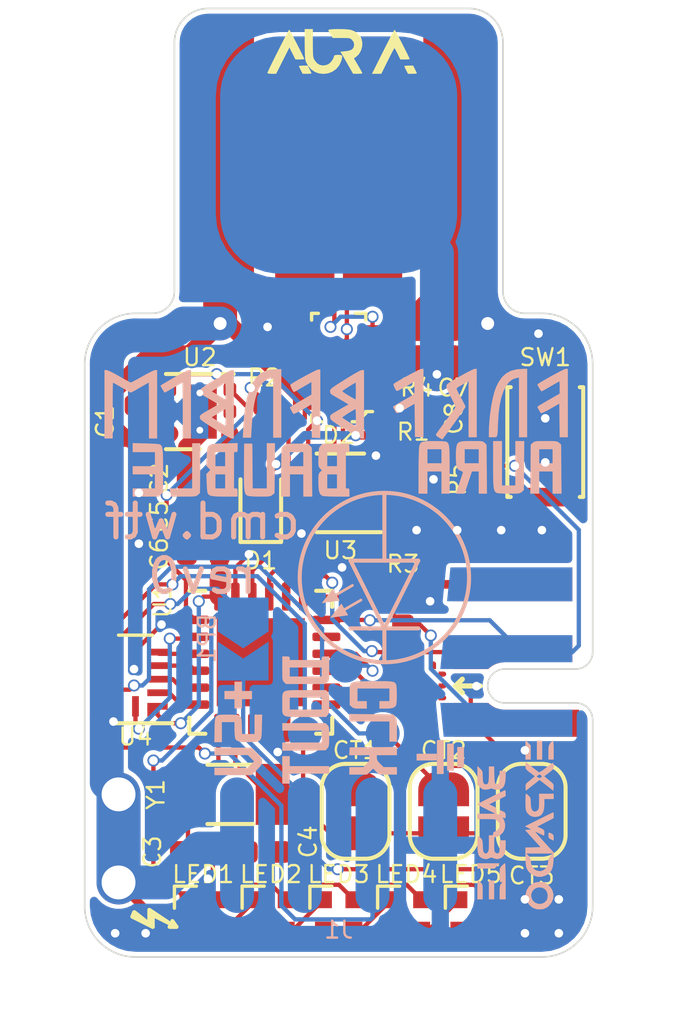
<source format=kicad_pcb>
(kicad_pcb (version 20171130) (host pcbnew "(5.1.6)-1")
  (title_block (title "Aura Bauble") (date 2020-09-14) (rev 0) (company cmd.wtf) (comment 1 "BYOBEL: Bring Your Own BlinkEnLights") (comment 3 "addressable RGB LEDs.") (comment 4 "Aura Bauble is a USB device that communicates with ASUS Aura software to control "))
  (layers (0 F.Cu power) (31 B.Cu signal) (34 B.Paste user hide) (35 F.Paste user hide) (36 B.SilkS user) (37 F.SilkS user) (38 B.Mask user hide) (39 F.Mask user hide) (44 Edge.Cuts user hide))
  (net 0 "")
  (net 1 /MOSI)
  (net 2 "Net-(BP1-Pad2)")
  (net 3 GND)
  (net 4 VBUS)
  (net 5 VCC)
  (net 6 "Net-(C3-Pad1)")
  (net 7 "Net-(C4-Pad1)")
  (net 8 "Net-(C7-Pad2)")
  (net 9 /~RESET~)
  (net 10 /TOUCHX)
  (net 11 /TOUCH_Y_0)
  (net 12 /TOUCH_Y_1)
  (net 13 /TOUCH_Y_2)
  (net 14 +3V3)
  (net 15 VLED)
  (net 16 /SCK)
  (net 17 /SWCLK)
  (net 18 /SWDIO)
  (net 19 /USB_POWER)
  (net 20 "Net-(R5-Pad2)")
  (net 21 /MISO)
  (net 22 "Net-(U2-Pad4)")
  (net 23 /USB_D+)
  (net 24 /USB_D-)
  (net 25 /USB_SOF)
  (net 26 "Net-(LED1-Pad2)")
  (net 27 "Net-(LED2-Pad2)")
  (net 28 "Net-(LED3-Pad2)")
  (net 29 "Net-(LED4-Pad2)")
  (net 30 /MOSI_5V)
  (net 31 /SCK_5V)
  (net 32 /MISO_5V)
  (net 33 /~CS_5V~)
  (net 34 /SPI_5V_EN)
  (net 35 /~CS~)
  (module AuraBauble:AuraBable_Logo (layer B.Cu) (at 151.35 66.8 270)
    (fp_text reference REF** hide)
    (fp_text value AuraBable_Logo)
  )
  (module AuraBauble:AuraBauble_Wordmark (layer B.Cu) (at 151.3 64.3 180)
    (fp_text reference REF** hide)
    (fp_text value AuraBauble_Wordmark)
  )
  (module Jumper:SolderJumper-2_P1.3mm_Open_TrianglePad1.0x1.5mm (layer B.Cu) (at 147.18 68.615 270)
    (fp_text reference BP1 (at -0.015 1.07 90) (layer B.SilkS) (effects (font (size 0.5 0.5) (thickness 0.07)) (justify mirror)))
    (fp_text value "Close If Option B Selected")
    (pad 1 smd custom (at -0.725 0 270) (size 0.3 0.3) (layers B.Cu B.Mask) (net 30 /MOSI_5V) (options (clearance outline) (anchor rect)) (primitives (gr_poly (pts (xy -0.5 0.75) (xy 0.5 0.75) (xy 1 0) (xy 0.5 -0.75) (xy -0.5 -0.75)) (width 0))))
    (pad 2 smd custom (at 0.725 0 270) (size 0.3 0.3) (layers B.Cu B.Mask) (net 2 "Net-(BP1-Pad2)") (options (clearance outline) (anchor rect)) (primitives (gr_poly (pts (xy -0.65 0.75) (xy 0.5 0.75) (xy 0.5 -0.75) (xy -0.65 -0.75) (xy -0.15 0)) (width 0))))
  )
  (module AuraBauble:XQFN12 (layer F.Cu) (at 144 69.8 180)
    (fp_text reference U4 (at 0 -1.7) (layer F.SilkS) (effects (font (size 0.5 0.5) (thickness 0.07))))
    (fp_text value NXB0104GU12X)
    (pad 1 smd rect (at -0.65 -0.8 90) (size 0.2 0.6) (layers F.Cu F.Paste F.Mask) (net 5 VCC))
    (pad 2 smd rect (at -0.65 -0.4 90) (size 0.2 0.6) (layers F.Cu F.Paste F.Mask) (net 35 /~CS~))
    (pad 3 smd rect (at -0.65 0 90) (size 0.2 0.6) (layers F.Cu F.Paste F.Mask) (net 16 /SCK))
    (pad 4 smd rect (at -0.65 0.4 90) (size 0.2 0.6) (layers F.Cu F.Paste F.Mask) (net 21 /MISO))
    (pad 5 smd rect (at -0.65 0.8 90) (size 0.2 0.6) (layers F.Cu F.Paste F.Mask) (net 1 /MOSI))
    (pad 6 smd rect (at 0 0.8 90) (size 0.6 0.2) (layers F.Cu F.Paste F.Mask) (net 3 GND))
    (pad 7 smd rect (at 0.65 0.8 90) (size 0.2 0.6) (layers F.Cu F.Paste F.Mask) (net 30 /MOSI_5V))
    (pad 8 smd rect (at 0.65 0.4 90) (size 0.2 0.6) (layers F.Cu F.Paste F.Mask) (net 32 /MISO_5V))
    (pad 9 smd rect (at 0.65 0 90) (size 0.2 0.6) (layers F.Cu F.Paste F.Mask) (net 31 /SCK_5V))
    (pad 10 smd rect (at 0.65 -0.4 90) (size 0.2 0.6) (layers F.Cu F.Paste F.Mask) (net 33 /~CS_5V~))
    (pad 11 smd rect (at 0.65 -0.8 90) (size 0.2 0.6) (layers F.Cu F.Paste F.Mask) (net 4 VBUS))
    (pad 12 smd rect (at 0 -0.8 90) (size 0.6 0.2) (layers F.Cu F.Paste F.Mask) (net 34 /SPI_5V_EN))
    (pad 1 smd rect (at -0.425 -0.975 180) (size 0.15 0.25) (layers F.Cu F.Paste F.Mask) (net 5 VCC))
  )
  (module LED_SMD:LED_SK6812_EC15_1.5x1.5mm (layer F.Cu) (at 154 76.76 90)
    (fp_text reference LED5 (at 1.2 -0.1 180) (layer F.SilkS) (effects (font (size 0.5 0.5) (thickness 0.07))))
    (fp_text value SK6805)
    (pad 1 smd rect (at -0.45 -0.45 90) (size 0.5 0.5) (layers F.Cu F.Paste F.Mask) (net 15 VLED))
    (pad 2 smd rect (at -0.45 0.45 90) (size 0.5 0.5) (layers F.Cu F.Paste F.Mask) (net 2 "Net-(BP1-Pad2)"))
    (pad 3 smd rect (at 0.45 0.45 90) (size 0.5 0.5) (layers F.Cu F.Paste F.Mask) (net 3 GND))
    (pad 4 smd rect (at 0.45 -0.45 90) (size 0.5 0.5) (layers F.Cu F.Paste F.Mask) (net 29 "Net-(LED4-Pad2)"))
  )
  (module AuraBauble:USB_A_Plug_Edge (layer F.Cu) (at 150 50)
    (fp_text reference J2 hide)
    (fp_text value USB_A)
    (fp_line (start 4.85 8.35) (end 4.85 1) (layer Edge.Cuts) (width 0.05))
    (fp_line (start -3.85 0) (end 3.85 0) (layer Edge.Cuts) (width 0.05))
    (fp_line (start -4.85 8.35) (end -4.85 1) (layer Edge.Cuts) (width 0.05))
    (fp_line (start 5.5 9) (end 6 9) (layer Edge.Cuts) (width 0.05))
    (fp_line (start -6 9) (end -5.5 9) (layer Edge.Cuts) (width 0.05))
    (fp_arc (start -5.5 8.35) (end -4.85 8.35) (angle 90) (layer Edge.Cuts) (width 0.05))
    (fp_arc (start 5.5 8.35) (end 4.85 8.35) (angle -90) (layer Edge.Cuts) (width 0.05))
    (fp_arc (start 3.85 1) (end 4.85 1) (angle -90) (layer Edge.Cuts) (width 0.05))
    (fp_arc (start -3.85 1) (end -3.85 0) (angle -90) (layer Edge.Cuts) (width 0.05))
    (pad 5 connect roundrect (at 0 4.325) (size 7 7) (layers B.Cu B.Mask) (net 8 "Net-(C7-Pad2)"))
    (pad 2 connect rect (at -1 5.445) (size 1.75 6.41) (layers F.Cu F.Mask) (net 24 /USB_D-))
    (pad 3 connect rect (at 1 5.445) (size 1.75 6.41) (layers F.Cu F.Mask) (net 23 /USB_D+))
    (pad 1 connect custom (at -3.5 4.945) (size 2 7.41) (layers F.Cu F.Mask) (net 4 VBUS) (options (clearance outline) (anchor rect)) (primitives (gr_poly (pts (xy 1 -3.695) (xy -1 -3.695) (xy -1 -3.945) (xy -0.25 -4.695) (xy 1 -4.695)) (width 0))))
    (pad 4 connect custom (at 3.5 4.945) (size 2 7.41) (layers F.Cu F.Mask) (net 3 GND) (options (clearance outline) (anchor rect)) (primitives (gr_poly (pts (xy -1 -3.695) (xy 1 -3.695) (xy 1 -3.945) (xy 0.25 -4.695) (xy -1 -4.695)) (width 0))))
  )
  (module TestPoint:TestPoint_Pad_D1.0mm (layer B.Cu) (at 150.2 69.4 180)
    (fp_text reference TP3 hide)
    (fp_text value TestPoint_Small)
    (pad 1 smd circle (at 0 0 180) (size 1 1) (layers B.Cu) (net 25 /USB_SOF))
  )
  (module TestPoint:TestPoint_Pad_D1.0mm (layer B.Cu) (at 149 71.4)
    (fp_text reference TP1 hide)
    (fp_text value TestPoint_Small)
    (pad 1 smd circle (at 0 0) (size 1 1) (layers B.Cu) (net 32 /MISO_5V))
  )
  (module TestPoint:TestPoint_Pad_D1.0mm (layer B.Cu) (at 151.3 71.4)
    (fp_text reference TP2 hide)
    (fp_text value TestPoint_Small)
    (pad 1 smd circle (at 0 0) (size 1 1) (layers B.Cu) (net 33 /~CS_5V~))
  )
  (module AuraBauble:BaubleExpando (layer B.Cu) (at 150 74.7)
    (fp_text reference J1 (at 0 2.5) (layer B.SilkS) (effects (font (size 0.5 0.5) (thickness 0.07)) (justify mirror)))
    (fp_text value Bauble-Expando!)
    (pad 1 smd oval (at -3 0) (size 1 4) (layers B.Cu B.Paste B.Mask) (net 15 VLED))
    (pad 2 smd oval (at -1 0) (size 1 4) (layers B.Cu B.Paste B.Mask) (net 2 "Net-(BP1-Pad2)"))
    (pad 3 smd oval (at 1 0) (size 1 4) (layers B.Cu B.Paste B.Mask) (net 31 /SCK_5V))
    (pad 4 smd oval (at 3 0) (size 1 4) (layers B.Cu B.Paste B.Mask) (net 3 GND))
  )
  (module Connector_DebugEdge:DebugEdge_2x03_Target (layer F.Cu) (at 157.5 69 90)
    (fp_text reference J3)
    (fp_text value SWD)
    (fp_line (start -0.4 -5.4) (end -0.35 -5.4) (layer F.Cu) (width 0.15))
    (fp_poly (pts (xy -0.5 -5.325) (xy -0.5 -5.475) (xy -0.375 -5.475) (xy -0.375 -5.325)) (layer F.Cu) (width 0))
    (fp_line (start -0.4 -5.05) (end -0.35 -5.05) (layer F.Cu) (width 0.15))
    (fp_poly (pts (xy -0.5 -4.975) (xy -0.5 -5.125) (xy -0.375 -5.125) (xy -0.375 -4.975)) (layer F.Cu) (width 0))
    (fp_line (start -0.4 -4.7) (end -0.35 -4.7) (layer F.Cu) (width 0.15))
    (fp_poly (pts (xy -0.5 -4.625) (xy -0.5 -4.775) (xy -0.375 -4.775) (xy -0.375 -4.625)) (layer F.Cu) (width 0))
    (fp_line (start -0.65 -4.45) (end -0.65 -4.4) (layer F.Cu) (width 0.15))
    (fp_poly (pts (xy -0.725 -4.55) (xy -0.575 -4.55) (xy -0.575 -4.425) (xy -0.725 -4.425)) (layer F.Cu) (width 0))
    (fp_line (start -1 -4.45) (end -1 -4.4) (layer F.Cu) (width 0.15))
    (fp_poly (pts (xy -1.075 -4.55) (xy -0.925 -4.55) (xy -0.925 -4.425) (xy -1.075 -4.425)) (layer F.Cu) (width 0))
    (fp_line (start -1.35 -4.45) (end -1.35 -4.4) (layer F.Cu) (width 0.15))
    (fp_poly (pts (xy -1.425 -4.55) (xy -1.275 -4.55) (xy -1.275 -4.425) (xy -1.425 -4.425)) (layer F.Cu) (width 0))
    (fp_poly (pts (xy -1.5 -4.775) (xy -1.5 -4.625) (xy -1.625 -4.625) (xy -1.625 -4.775)) (layer F.Cu) (width 0))
    (fp_line (start -1.6 -5.05) (end -1.65 -5.05) (layer F.Cu) (width 0.15))
    (fp_poly (pts (xy -1.5 -5.125) (xy -1.5 -4.975) (xy -1.625 -4.975) (xy -1.625 -5.125)) (layer F.Cu) (width 0))
    (fp_line (start -1.6 -5.4) (end -1.65 -5.4) (layer F.Cu) (width 0.15))
    (fp_poly (pts (xy -1.5 -5.475) (xy -1.5 -5.325) (xy -1.625 -5.325) (xy -1.625 -5.475)) (layer F.Cu) (width 0))
    (fp_line (start -1.6 -4.7) (end -1.65 -4.7) (layer F.Cu) (width 0.15))
    (fp_line (start -1.5 -2.6) (end -1.5 -0.5) (layer Edge.Cuts) (width 0.05))
    (fp_line (start -0.5 -0.5) (end -0.5 -2.6) (layer Edge.Cuts) (width 0.05))
    (fp_line (start -3 0) (end -2 0) (layer Edge.Cuts) (width 0.05))
    (fp_line (start 0 0) (end 3 0) (layer Edge.Cuts) (width 0.05))
    (fp_line (start -1.35 -5.65) (end -1.35 -5.7) (layer F.Cu) (width 0.15))
    (fp_poly (pts (xy -1.275 -5.55) (xy -1.425 -5.55) (xy -1.425 -5.675) (xy -1.275 -5.675)) (layer F.Cu) (width 0))
    (fp_poly (pts (xy -0.925 -5.55) (xy -1.075 -5.55) (xy -1.075 -5.675) (xy -0.925 -5.675)) (layer F.Cu) (width 0))
    (fp_line (start -1 -5.65) (end -1 -5.7) (layer F.Cu) (width 0.15))
    (fp_poly (pts (xy -0.575 -5.55) (xy -0.725 -5.55) (xy -0.725 -5.675) (xy -0.575 -5.675)) (layer F.Cu) (width 0))
    (fp_line (start -0.65 -5.65) (end -0.65 -5.7) (layer F.Cu) (width 0.15))
    (fp_arc (start -2 -0.5) (end -2 0) (angle -90) (layer Edge.Cuts) (width 0.05))
    (fp_arc (start 0 -0.5) (end -0.5 -0.5) (angle -90) (layer Edge.Cuts) (width 0.05))
    (fp_arc (start -1 -2.6) (end -0.5 -2.6) (angle -180) (layer Edge.Cuts) (width 0.05))
    (pad 1 smd custom (at -2 -3.6 90) (size 1 1) (layers F.Cu F.Mask) (net 3 GND) (options (clearance outline) (anchor rect)) (primitives (gr_poly (pts (xy 0.3 1) (xy 0.31 0.89) (xy 0.33 0.81) (xy 0.35 0.75) (xy 0.37 0.7) (xy 0.4 0.65) (xy 0.44 0.59) (xy 0.48 0.54) (xy 0.5 0.52) (xy 0.5 -0.5) (xy -0.5 -0.5) (xy -0.5 3.2) (xy 0.3 3.2)) (width 0))))
    (pad 2 smd custom (at 0 -3.6 90) (size 1 1) (layers F.Cu F.Mask) (net 18 /SWDIO) (options (clearance outline) (anchor rect)) (primitives (gr_poly (pts (xy -0.3 1) (xy -0.31 0.89) (xy -0.33 0.81) (xy -0.35 0.75) (xy -0.37 0.7) (xy -0.4 0.65) (xy -0.44 0.59) (xy -0.48 0.54) (xy -0.5 0.52) (xy -0.5 -0.5) (xy 0.5 -0.5) (xy 0.5 3) (xy -0.3 3)) (width 0))))
    (pad 4 smd custom (at 0 -2.1 90) (size 0.4 0.4) (layers B.Cu B.Mask) (net 9 /~RESET~) (options (clearance outline) (anchor rect)) (primitives (gr_poly (pts (xy -0.3 -0.51) (xy -0.31 -0.62) (xy -0.33 -0.7) (xy -0.35 -0.76) (xy -0.37 -0.81) (xy -0.4 -0.86) (xy -0.44 -0.92) (xy -0.48 -0.97) (xy -0.5 -0.99) (xy -0.5 -2.4) (xy 0.5 -2.3) (xy 0.5 1.5) (xy -0.3 1.5)) (width 0))))
    (pad 3 smd custom (at -2 -2.1 90) (size 0.4 0.4) (layers B.Cu B.Mask) (net 17 /SWCLK) (options (clearance outline) (anchor rect)) (primitives (gr_poly (pts (xy 0.3 -0.51) (xy 0.31 -0.62) (xy 0.33 -0.7) (xy 0.35 -0.76) (xy 0.37 -0.81) (xy 0.4 -0.86) (xy 0.44 -0.92) (xy 0.48 -0.97) (xy 0.5 -0.99) (xy 0.5 -2.4) (xy -0.5 -2.3) (xy -0.5 1.5) (xy 0.3 1.5)) (width 0))))
    (pad 6 smd custom (at 2 -2.4 90) (size 1 3.6) (layers B.Cu B.Mask) (options (clearance outline) (anchor rect)) (primitives (gr_poly (pts (xy -0.5 -1.8) (xy -0.5 -1.9) (xy 0.5 -1.8)) (width 0))))
    (pad 5 smd rect (at 2 -2.35 270) (size 1 3.5) (layers F.Cu F.Mask) (net 14 +3V3))
  )
  (module Package_DFN_QFN:QFN-24-1EP_4x4mm_P0.5mm_EP2.6x2.6mm (layer F.Cu) (at 147.7 69.3)
    (fp_text reference U1 (at -2.9 -1.8 90) (layer F.SilkS) (effects (font (size 0.5 0.5) (thickness 0.07))))
    (fp_text value ATSAMD11D14A-M)
    (pad 25 smd rect (at 0 0) (size 2.6 2.6) (layers F.Cu F.Mask))
    (pad 24 smd roundrect (at -1.25 -1.9375) (size 0.25 0.825) (layers F.Cu F.Paste F.Mask) (net 5 VCC))
    (pad 23 smd roundrect (at -0.75 -1.9375) (size 0.25 0.825) (layers F.Cu F.Paste F.Mask) (net 3 GND))
    (pad 22 smd roundrect (at -0.25 -1.9375) (size 0.25 0.825) (layers F.Cu F.Paste F.Mask) (net 23 /USB_D+))
    (pad 21 smd roundrect (at 0.25 -1.9375) (size 0.25 0.825) (layers F.Cu F.Paste F.Mask) (net 24 /USB_D-))
    (pad 20 smd roundrect (at 0.75 -1.9375) (size 0.25 0.825) (layers F.Cu F.Paste F.Mask) (net 18 /SWDIO))
    (pad 19 smd roundrect (at 1.25 -1.9375) (size 0.25 0.825) (layers F.Cu F.Paste F.Mask) (net 17 /SWCLK))
    (pad 18 smd roundrect (at 1.9375 -1.25) (size 0.825 0.25) (layers F.Cu F.Paste F.Mask) (net 9 /~RESET~))
    (pad 17 smd roundrect (at 1.9375 -0.75) (size 0.825 0.25) (layers F.Cu F.Paste F.Mask))
    (pad 16 smd roundrect (at 1.9375 -0.25) (size 0.825 0.25) (layers F.Cu F.Paste F.Mask) (net 25 /USB_SOF))
    (pad 15 smd roundrect (at 1.9375 0.25) (size 0.825 0.25) (layers F.Cu F.Paste F.Mask) (net 13 /TOUCH_Y_2))
    (pad 14 smd roundrect (at 1.9375 0.75) (size 0.825 0.25) (layers F.Cu F.Paste F.Mask) (net 12 /TOUCH_Y_1))
    (pad 13 smd roundrect (at 1.9375 1.25) (size 0.825 0.25) (layers F.Cu F.Paste F.Mask) (net 11 /TOUCH_Y_0))
    (pad 12 smd roundrect (at 1.25 1.9375) (size 0.25 0.825) (layers F.Cu F.Paste F.Mask) (net 10 /TOUCHX))
    (pad 11 smd roundrect (at 0.75 1.9375) (size 0.25 0.825) (layers F.Cu F.Paste F.Mask))
    (pad 10 smd roundrect (at 0.25 1.9375) (size 0.25 0.825) (layers F.Cu F.Paste F.Mask))
    (pad 9 smd roundrect (at -0.25 1.9375) (size 0.25 0.825) (layers F.Cu F.Paste F.Mask))
    (pad 8 smd roundrect (at -0.75 1.9375) (size 0.25 0.825) (layers F.Cu F.Paste F.Mask) (net 7 "Net-(C4-Pad1)"))
    (pad 7 smd roundrect (at -1.25 1.9375) (size 0.25 0.825) (layers F.Cu F.Paste F.Mask) (net 6 "Net-(C3-Pad1)"))
    (pad 6 smd roundrect (at -1.9375 1.25) (size 0.825 0.25) (layers F.Cu F.Paste F.Mask) (net 35 /~CS~))
    (pad 5 smd roundrect (at -1.9375 0.75) (size 0.825 0.25) (layers F.Cu F.Paste F.Mask) (net 16 /SCK))
    (pad 4 smd roundrect (at -1.9375 0.25) (size 0.825 0.25) (layers F.Cu F.Paste F.Mask) (net 21 /MISO))
    (pad 3 smd roundrect (at -1.9375 -0.25) (size 0.825 0.25) (layers F.Cu F.Paste F.Mask) (net 1 /MOSI))
    (pad 2 smd roundrect (at -1.9375 -0.75) (size 0.825 0.25) (layers F.Cu F.Paste F.Mask) (net 34 /SPI_5V_EN))
    (pad 1 smd roundrect (at -1.9375 -1.25) (size 0.825 0.25) (layers F.Cu F.Paste F.Mask) (net 19 /USB_POWER))
  )
  (module Resistor_SMD:R_0402_1005Metric (layer F.Cu) (at 154.3 63.9 270)
    (fp_text reference R5 (at 0 0.8 90) (layer F.SilkS) (effects (font (size 0.5 0.5) (thickness 0.07))))
    (fp_text value 330Ω)
    (pad 2 smd roundrect (at 0.485 0 270) (size 0.59 0.64) (layers F.Cu F.Paste F.Mask) (net 20 "Net-(R5-Pad2)"))
    (pad 1 smd roundrect (at -0.485 0 270) (size 0.59 0.64) (layers F.Cu F.Paste F.Mask) (net 9 /~RESET~))
  )
  (module Resistor_SMD:R_0402_1005Metric (layer F.Cu) (at 152.3 59.8 90)
    (fp_text reference R4 (at -1.4 0) (layer F.SilkS) (effects (font (size 0.5 0.5) (thickness 0.07))))
    (fp_text value 1MΩ)
    (pad 2 smd roundrect (at 0.485 0 90) (size 0.59 0.64) (layers F.Cu F.Paste F.Mask) (net 3 GND))
    (pad 1 smd roundrect (at -0.485 0 90) (size 0.59 0.64) (layers F.Cu F.Paste F.Mask) (net 8 "Net-(C7-Pad2)"))
  )
  (module Resistor_SMD:R_0402_1005Metric (layer F.Cu) (at 151.9 67.7 90)
    (fp_text reference R3 (at 1.3 0 180) (layer F.SilkS) (effects (font (size 0.5 0.5) (thickness 0.07))))
    (fp_text value "1kΩ *OPT*")
    (pad 2 smd roundrect (at 0.485 0 90) (size 0.59 0.64) (layers F.Cu F.Paste F.Mask) (net 14 +3V3))
    (pad 1 smd roundrect (at -0.485 0 90) (size 0.59 0.64) (layers F.Cu F.Paste F.Mask) (net 17 /SWCLK))
  )
  (module Resistor_SMD:R_0402_1005Metric (layer F.Cu) (at 147.8 62.2 90)
    (fp_text reference R2 (at 1.3 0 180) (layer F.SilkS) (effects (font (size 0.5 0.5) (thickness 0.07))))
    (fp_text value 100kΩ)
    (pad 2 smd roundrect (at 0.485 0 90) (size 0.59 0.64) (layers F.Cu F.Paste F.Mask) (net 19 /USB_POWER))
    (pad 1 smd roundrect (at -0.485 0 90) (size 0.59 0.64) (layers F.Cu F.Paste F.Mask) (net 5 VCC))
  )
  (module Resistor_SMD:R_0402_1005Metric (layer F.Cu) (at 152.2 63.8 90)
    (fp_text reference R1 (at 1.3 0 180) (layer F.SilkS) (effects (font (size 0.5 0.5) (thickness 0.07))))
    (fp_text value 100MΩ)
    (pad 2 smd roundrect (at 0.485 0 90) (size 0.59 0.64) (layers F.Cu F.Paste F.Mask) (net 14 +3V3))
    (pad 1 smd roundrect (at -0.485 0 90) (size 0.59 0.64) (layers F.Cu F.Paste F.Mask) (net 3 GND))
  )
  (module Capacitor_SMD:C_0402_1005Metric (layer F.Cu) (at 154.3 61.8 90)
    (fp_text reference C8 (at -0.3 -0.9 90) (layer F.SilkS) (effects (font (size 0.5 0.5) (thickness 0.07))))
    (fp_text value 100nF)
    (pad 2 smd roundrect (at 0.485 0 90) (size 0.59 0.64) (layers F.Cu F.Paste F.Mask) (net 3 GND))
    (pad 1 smd roundrect (at -0.485 0 90) (size 0.59 0.64) (layers F.Cu F.Paste F.Mask) (net 9 /~RESET~))
  )
  (module Capacitor_SMD:C_0402_1005Metric (layer F.Cu) (at 153.4 59.8 270)
    (fp_text reference C7 (at 1.4 0) (layer F.SilkS) (effects (font (size 0.5 0.5) (thickness 0.07))))
    (fp_text value 4.5nF)
    (pad 2 smd roundrect (at 0.485 0 270) (size 0.59 0.64) (layers F.Cu F.Paste F.Mask) (net 8 "Net-(C7-Pad2)"))
    (pad 1 smd roundrect (at -0.485 0 270) (size 0.59 0.64) (layers F.Cu F.Paste F.Mask) (net 3 GND))
  )
  (module Capacitor_SMD:C_0402_1005Metric (layer F.Cu) (at 146 66.1)
    (fp_text reference C6 (at -1.3 0 270) (layer F.SilkS) (effects (font (size 0.5 0.5) (thickness 0.07))))
    (fp_text value 100nF)
    (pad 2 smd roundrect (at 0.485 0) (size 0.59 0.64) (layers F.Cu F.Paste F.Mask) (net 5 VCC))
    (pad 1 smd roundrect (at -0.485 0) (size 0.59 0.64) (layers F.Cu F.Paste F.Mask) (net 3 GND))
  )
  (module Capacitor_SMD:C_0402_1005Metric (layer F.Cu) (at 146 65)
    (fp_text reference C5 (at -1.3 0 270) (layer F.SilkS) (effects (font (size 0.5 0.5) (thickness 0.07))))
    (fp_text value 4.7µF)
    (pad 2 smd roundrect (at 0.485 0) (size 0.59 0.64) (layers F.Cu F.Paste F.Mask) (net 5 VCC))
    (pad 1 smd roundrect (at -0.485 0) (size 0.59 0.64) (layers F.Cu F.Paste F.Mask) (net 3 GND))
  )
  (module Capacitor_SMD:C_0402_1005Metric (layer F.Cu) (at 147.8 74.9 180)
    (fp_text reference C4 (at -1.3 0.3 270) (layer F.SilkS) (effects (font (size 0.5 0.5) (thickness 0.07))))
    (fp_text value 8.2pF)
    (pad 2 smd roundrect (at 0.485 0 180) (size 0.59 0.64) (layers F.Cu F.Paste F.Mask) (net 3 GND))
    (pad 1 smd roundrect (at -0.485 0 180) (size 0.59 0.64) (layers F.Cu F.Paste F.Mask) (net 7 "Net-(C4-Pad1)"))
  )
  (module Capacitor_SMD:C_0402_1005Metric (layer F.Cu) (at 145.8 74.9)
    (fp_text reference C3 (at -1.3 0 90) (layer F.SilkS) (effects (font (size 0.5 0.5) (thickness 0.07))))
    (fp_text value 8.2pF)
    (pad 2 smd roundrect (at 0.485 0) (size 0.59 0.64) (layers F.Cu F.Paste F.Mask) (net 3 GND))
    (pad 1 smd roundrect (at -0.485 0) (size 0.59 0.64) (layers F.Cu F.Paste F.Mask) (net 6 "Net-(C3-Pad1)"))
  )
  (module Capacitor_SMD:C_0402_1005Metric (layer F.Cu) (at 146 63.9)
    (fp_text reference C2 (at -1.3 0 90) (layer F.SilkS) (effects (font (size 0.5 0.5) (thickness 0.07))))
    (fp_text value 4.7µF)
    (pad 2 smd roundrect (at 0.485 0) (size 0.59 0.64) (layers F.Cu F.Paste F.Mask) (net 5 VCC))
    (pad 1 smd roundrect (at -0.485 0) (size 0.59 0.64) (layers F.Cu F.Paste F.Mask) (net 3 GND))
  )
  (module Capacitor_SMD:C_0402_1005Metric (layer F.Cu) (at 144 62.2 90)
    (fp_text reference C1 (at 0 -0.9 90) (layer F.SilkS) (effects (font (size 0.5 0.5) (thickness 0.07))))
    (fp_text value 4.7µF)
    (pad 2 smd roundrect (at 0.485 0 90) (size 0.59 0.64) (layers F.Cu F.Paste F.Mask) (net 3 GND))
    (pad 1 smd roundrect (at -0.485 0 90) (size 0.59 0.64) (layers F.Cu F.Paste F.Mask) (net 4 VBUS))
  )
  (module Crystal:Crystal_SMD_3215-2Pin_3.2x1.5mm (layer F.Cu) (at 146.8 73.2)
    (fp_text reference Y1 (at -2.2 0 270) (layer F.SilkS) (effects (font (size 0.5 0.5) (thickness 0.07))))
    (fp_text value FC-135R)
    (pad 2 smd rect (at -1.25 0) (size 1 1.8) (layers F.Cu F.Paste F.Mask) (net 6 "Net-(C3-Pad1)"))
    (pad 1 smd rect (at 1.25 0) (size 1 1.8) (layers F.Cu F.Paste F.Mask) (net 7 "Net-(C4-Pad1)"))
  )
  (module Package_TO_SOT_SMD:SOT-363_SC-70-6 (layer F.Cu) (at 150.05 64.3 180)
    (fp_text reference U3 (at 0 -1.7) (layer F.SilkS) (effects (font (size 0.5 0.5) (thickness 0.07))))
    (fp_text value 74LVC1G02SE-7)
    (pad 6 smd rect (at 0.95 -0.65 180) (size 0.65 0.4) (layers F.Cu F.Paste F.Mask) (net 4 VBUS))
    (pad 4 smd rect (at 0.95 0.65 180) (size 0.65 0.4) (layers F.Cu F.Paste F.Mask) (net 22 "Net-(U2-Pad4)"))
    (pad 2 smd rect (at -0.95 0 180) (size 0.65 0.4) (layers F.Cu F.Paste F.Mask) (net 3 GND))
    (pad 5 smd rect (at 0.95 0 180) (size 0.65 0.4) (layers F.Cu F.Paste F.Mask))
    (pad 3 smd rect (at -0.95 0.65 180) (size 0.65 0.4) (layers F.Cu F.Paste F.Mask) (net 3 GND))
    (pad 1 smd rect (at -0.95 -0.65 180) (size 0.65 0.4) (layers F.Cu F.Paste F.Mask) (net 14 +3V3))
  )
  (module Package_SON:WSON-6-1EP_2x2mm_P0.65mm_EP1x1.6mm_ThermalVias (layer F.Cu) (at 145.9 61.9 180)
    (fp_text reference U2 (at 0 1.6) (layer F.SilkS) (effects (font (size 0.5 0.5) (thickness 0.07))))
    (fp_text value LP5912-3.3DRV)
    (pad 7 smd rect (at 0 0 180) (size 0.5 1.6) (layers B.Cu) (net 3 GND))
    (pad 7 thru_hole circle (at 0 0.55 180) (size 0.5 0.5) (drill 0.2) (layers *.Cu) (net 3 GND))
    (pad 7 thru_hole circle (at 0 -0.55 180) (size 0.5 0.5) (drill 0.2) (layers *.Cu) (net 3 GND))
    (pad 7 smd rect (at 0 0 180) (size 1 1.6) (layers F.Cu F.Mask) (net 3 GND))
    (pad 6 smd roundrect (at 0.8875 -0.65 180) (size 0.375 0.4) (layers F.Cu F.Paste F.Mask) (net 4 VBUS))
    (pad 5 smd roundrect (at 0.8875 0 180) (size 0.375 0.4) (layers F.Cu F.Paste F.Mask) (net 3 GND))
    (pad 4 smd roundrect (at 0.8875 0.65 180) (size 0.375 0.4) (layers F.Cu F.Paste F.Mask) (net 22 "Net-(U2-Pad4)"))
    (pad 3 smd roundrect (at -0.8875 0.65 180) (size 0.375 0.4) (layers F.Cu F.Paste F.Mask) (net 19 /USB_POWER))
    (pad 2 smd roundrect (at -0.8875 0 180) (size 0.375 0.4) (layers F.Cu F.Paste F.Mask))
    (pad 1 smd roundrect (at -0.8875 -0.65 180) (size 0.375 0.4) (layers F.Cu F.Paste F.Mask) (net 5 VCC))
  )
  (module Button_Switch_SMD:SW_SPST_CK_KXT3 (layer F.Cu) (at 156.1 62.8 90)
    (fp_text reference SW1 (at 2.5 0 180) (layer F.SilkS) (effects (font (size 0.5 0.5) (thickness 0.07))))
    (fp_text value "KXT 321 LHS")
    (pad 2 smd rect (at 1.625 0 90) (size 0.55 1.5) (layers F.Cu F.Paste F.Mask) (net 3 GND))
    (pad 1 smd rect (at -1.625 0 90) (size 0.55 1.5) (layers F.Cu F.Paste F.Mask) (net 20 "Net-(R5-Pad2)"))
  )
  (module NetTie:NetTie-2_THT_Pad1.0mm (layer F.Cu) (at 143.5 73.2 270)
    (fp_text reference NT1 hide)
    (fp_text value Net-Tie_2)
    (fp_poly (pts (xy 0 -0.65) (xy 2.6 -0.65) (xy 2.6 0.65) (xy 0 0.65)) (layer F.Cu) (width 0))
    (fp_poly (pts (xy 0 -0.65) (xy 2.6 -0.65) (xy 2.6 0.65) (xy 0 0.65)) (layer B.Cu) (width 0))
    (pad 2 thru_hole circle (at 2.6 0 270) (size 1.3 1.3) (drill 1) (layers *.Cu) (net 15 VLED))
    (pad 1 thru_hole circle (at 0 0 270) (size 1.3 1.3) (drill 1) (layers *.Cu) (net 4 VBUS))
  )
  (module digikey-footprints:TO-253-4 (layer F.Cu) (at 150 60.6 180)
    (fp_text reference D2 (at 0 -2) (layer F.SilkS) (effects (font (size 0.5 0.5) (thickness 0.07))))
    (fp_text value PRTR5V0U2X_215)
    (pad 1 smd rect (at -1 -0.75 180) (size 0.7 1) (layers F.Cu F.Paste F.Mask) (net 3 GND))
    (pad 3 smd rect (at 1 0.95 180) (size 0.7 0.6) (layers F.Cu F.Paste F.Mask) (net 23 /USB_D+))
    (pad 4 smd rect (at 1 -0.95 180) (size 0.7 0.6) (layers F.Cu F.Paste F.Mask) (net 4 VBUS))
    (pad 2 smd rect (at -1 0.95 180) (size 0.7 0.6) (layers F.Cu F.Paste F.Mask) (net 24 /USB_D-))
  )
  (module LED_SMD:LED_SK6812_EC15_1.5x1.5mm (layer F.Cu) (at 152 76.76 90)
    (fp_text reference LED4 (at 1.2 0 180) (layer F.SilkS) (effects (font (size 0.5 0.5) (thickness 0.07))))
    (fp_text value SK6805)
    (pad 1 smd rect (at -0.45 -0.45 90) (size 0.5 0.5) (layers F.Cu F.Paste F.Mask) (net 15 VLED))
    (pad 2 smd rect (at -0.45 0.45 90) (size 0.5 0.5) (layers F.Cu F.Paste F.Mask) (net 29 "Net-(LED4-Pad2)"))
    (pad 3 smd rect (at 0.45 0.45 90) (size 0.5 0.5) (layers F.Cu F.Paste F.Mask) (net 3 GND))
    (pad 4 smd rect (at 0.45 -0.45 90) (size 0.5 0.5) (layers F.Cu F.Paste F.Mask) (net 28 "Net-(LED3-Pad2)"))
  )
  (module LED_SMD:LED_SK6812_EC15_1.5x1.5mm (layer F.Cu) (at 150 76.76 90)
    (fp_text reference LED3 (at 1.2 0 180) (layer F.SilkS) (effects (font (size 0.5 0.5) (thickness 0.07))))
    (fp_text value SK6805)
    (pad 1 smd rect (at -0.45 -0.45 90) (size 0.5 0.5) (layers F.Cu F.Paste F.Mask) (net 15 VLED))
    (pad 2 smd rect (at -0.45 0.45 90) (size 0.5 0.5) (layers F.Cu F.Paste F.Mask) (net 28 "Net-(LED3-Pad2)"))
    (pad 3 smd rect (at 0.45 0.45 90) (size 0.5 0.5) (layers F.Cu F.Paste F.Mask) (net 3 GND))
    (pad 4 smd rect (at 0.45 -0.45 90) (size 0.5 0.5) (layers F.Cu F.Paste F.Mask) (net 27 "Net-(LED2-Pad2)"))
  )
  (module LED_SMD:LED_SK6812_EC15_1.5x1.5mm (layer F.Cu) (at 148 76.76 90)
    (fp_text reference LED2 (at 1.2 0 180) (layer F.SilkS) (effects (font (size 0.5 0.5) (thickness 0.07))))
    (fp_text value SK6805)
    (pad 1 smd rect (at -0.45 -0.45 90) (size 0.5 0.5) (layers F.Cu F.Paste F.Mask) (net 15 VLED))
    (pad 2 smd rect (at -0.45 0.45 90) (size 0.5 0.5) (layers F.Cu F.Paste F.Mask) (net 27 "Net-(LED2-Pad2)"))
    (pad 3 smd rect (at 0.45 0.45 90) (size 0.5 0.5) (layers F.Cu F.Paste F.Mask) (net 3 GND))
    (pad 4 smd rect (at 0.45 -0.45 90) (size 0.5 0.5) (layers F.Cu F.Paste F.Mask) (net 26 "Net-(LED1-Pad2)"))
  )
  (module LED_SMD:LED_SK6812_EC15_1.5x1.5mm (layer F.Cu) (at 146 76.76 90)
    (fp_text reference LED1 (at 1.2 0 180) (layer F.SilkS) (effects (font (size 0.5 0.5) (thickness 0.07))))
    (fp_text value SK6805)
    (pad 1 smd rect (at -0.45 -0.45 90) (size 0.5 0.5) (layers F.Cu F.Paste F.Mask) (net 15 VLED))
    (pad 2 smd rect (at -0.45 0.45 90) (size 0.5 0.5) (layers F.Cu F.Paste F.Mask) (net 26 "Net-(LED1-Pad2)"))
    (pad 3 smd rect (at 0.45 0.45 90) (size 0.5 0.5) (layers F.Cu F.Paste F.Mask) (net 3 GND))
    (pad 4 smd rect (at 0.45 -0.45 90) (size 0.5 0.5) (layers F.Cu F.Paste F.Mask) (net 30 /MOSI_5V))
  )
  (module Diode_SMD:D_SOD-523 (layer F.Cu) (at 147.7 64.6 90)
    (fp_text reference D1 (at -1.7 0) (layer F.SilkS) (effects (font (size 0.5 0.5) (thickness 0.07))))
    (fp_text value BAT54XV2T1G)
    (pad 1 smd rect (at -0.7 0 270) (size 0.6 0.7) (layers F.Cu F.Paste F.Mask) (net 5 VCC))
    (pad 2 smd rect (at 0.7 0 270) (size 0.6 0.7) (layers F.Cu F.Paste F.Mask) (net 14 +3V3))
  )
  (module Jumper:SolderJumper-2_P1.3mm_Open_RoundedPad1.0x1.5mm (layer F.Cu) (at 155.7 73.7 270)
    (fp_text reference CT3 (at 1.9 0 180) (layer F.SilkS) (effects (font (size 0.5 0.5) (thickness 0.07))))
    (fp_text value CT_Capacitive_Touch_Point_2)
    (pad 2 smd custom (at 0.65 0 270) (size 1 0.5) (layers F.Cu F.Mask) (net 10 /TOUCHX) (options (clearance outline) (anchor rect)) (primitives (gr_circle (center 0 0.25) (end 0.5 0.25) (width 0)) (gr_circle (center 0 -0.25) (end 0.5 -0.25) (width 0)) (gr_poly (pts (xy 0 -0.75) (xy -0.5 -0.75) (xy -0.5 0.75) (xy 0 0.75)) (width 0))))
    (pad 1 smd custom (at -0.65 0 270) (size 1 0.5) (layers F.Cu F.Mask) (net 13 /TOUCH_Y_2) (options (clearance outline) (anchor rect)) (primitives (gr_circle (center 0 0.25) (end 0.5 0.25) (width 0)) (gr_circle (center 0 -0.25) (end 0.5 -0.25) (width 0)) (gr_poly (pts (xy 0 -0.75) (xy 0.5 -0.75) (xy 0.5 0.75) (xy 0 0.75)) (width 0))))
  )
  (module Jumper:SolderJumper-2_P1.3mm_Open_RoundedPad1.0x1.5mm (layer F.Cu) (at 153.1 73.7 270)
    (fp_text reference CT2 (at -1.8 0 180) (layer F.SilkS) (effects (font (size 0.5 0.5) (thickness 0.07))))
    (fp_text value CT_Capacitive_Touch_Point_2)
    (pad 2 smd custom (at 0.65 0 270) (size 1 0.5) (layers F.Cu F.Mask) (net 10 /TOUCHX) (options (clearance outline) (anchor rect)) (primitives (gr_circle (center 0 0.25) (end 0.5 0.25) (width 0)) (gr_circle (center 0 -0.25) (end 0.5 -0.25) (width 0)) (gr_poly (pts (xy 0 -0.75) (xy -0.5 -0.75) (xy -0.5 0.75) (xy 0 0.75)) (width 0))))
    (pad 1 smd custom (at -0.65 0 270) (size 1 0.5) (layers F.Cu F.Mask) (net 12 /TOUCH_Y_1) (options (clearance outline) (anchor rect)) (primitives (gr_circle (center 0 0.25) (end 0.5 0.25) (width 0)) (gr_circle (center 0 -0.25) (end 0.5 -0.25) (width 0)) (gr_poly (pts (xy 0 -0.75) (xy 0.5 -0.75) (xy 0.5 0.75) (xy 0 0.75)) (width 0))))
  )
  (module Jumper:SolderJumper-2_P1.3mm_Open_RoundedPad1.0x1.5mm (layer F.Cu) (at 150.5 73.7 270)
    (fp_text reference CT1 (at -1.8 0 180) (layer F.SilkS) (effects (font (size 0.5 0.5) (thickness 0.07))))
    (fp_text value CT_Capacitive_Touch_Point_2)
    (pad 2 smd custom (at 0.65 0 270) (size 1 0.5) (layers F.Cu F.Mask) (net 10 /TOUCHX) (options (clearance outline) (anchor rect)) (primitives (gr_circle (center 0 0.25) (end 0.5 0.25) (width 0)) (gr_circle (center 0 -0.25) (end 0.5 -0.25) (width 0)) (gr_poly (pts (xy 0 -0.75) (xy -0.5 -0.75) (xy -0.5 0.75) (xy 0 0.75)) (width 0))))
    (pad 1 smd custom (at -0.65 0 270) (size 1 0.5) (layers F.Cu F.Mask) (net 11 /TOUCH_Y_0) (options (clearance outline) (anchor rect)) (primitives (gr_circle (center 0 0.25) (end 0.5 0.25) (width 0)) (gr_circle (center 0 -0.25) (end 0.5 -0.25) (width 0)) (gr_poly (pts (xy 0 -0.75) (xy 0.5 -0.75) (xy 0.5 0.75) (xy 0 0.75)) (width 0))))
  )
  (gr_line (start 143.91 76.81) (end 143.96 76.68) (layer F.SilkS) (width 0.12))
  (gr_line (start 145.11 77.01) (end 145.11 77.11) (layer F.SilkS) (width 0.12))
  (gr_line (start 145.21 77.11) (end 145.09 76.94) (layer F.SilkS) (width 0.12))
  (gr_line (start 145.01 77.11) (end 145.21 77.11) (layer F.SilkS) (width 0.12))
  (gr_line (start 145.21 77.11) (end 145.01 77.11) (layer F.SilkS) (width 0.12))
  (gr_line (start 145.01 77.01) (end 145.21 77.11) (layer F.SilkS) (width 0.12))
  (gr_line (start 145.01 77.01) (end 144.41 76.71) (layer F.SilkS) (width 0.12))
  (gr_line (start 144.41 76.61) (end 145.01 77.01) (layer F.SilkS) (width 0.12))
  (gr_line (start 144.41 77.01) (end 144.41 76.61) (layer F.SilkS) (width 0.12))
  (gr_line (start 144.51 76.71) (end 144.41 77.01) (layer F.SilkS) (width 0.12))
  (gr_line (start 144.51 77.11) (end 144.51 76.71) (layer F.SilkS) (width 0.12))
  (gr_line (start 144.51 77.11) (end 143.97 76.68) (layer F.SilkS) (width 0.12))
  (gr_line (start 144.51 77.11) (end 143.94 76.75) (layer F.SilkS) (width 0.12))
  (gr_line (start 143.91 76.81) (end 144.51 77.11) (layer F.SilkS) (width 0.12))
  (gr_text "cmd.wtf\nrev0" (at 145.97 65.95) (layer B.SilkS) (effects (font (size 1 1)) (justify mirror)))
  (gr_line (start 156 78) (end 144 78) (layer Edge.Cuts) (width 0.05))
  (gr_arc (start 144 60.5) (end 144 59) (angle -90) (layer Edge.Cuts) (width 0.05))
  (gr_arc (start 156 60.5) (end 157.5 60.5) (angle -90) (layer Edge.Cuts) (width 0.05))
  (gr_line (start 142.5 76.5) (end 142.5 60.5) (layer Edge.Cuts) (width 0.05))
  (gr_arc (start 144 76.5) (end 142.5 76.5) (angle -90) (layer Edge.Cuts) (width 0.05))
  (gr_line (start 157.5 60.5) (end 157.5 66) (layer Edge.Cuts) (width 0.05))
  (gr_arc (start 156 76.5) (end 156 78) (angle -90) (layer Edge.Cuts) (width 0.05))
  (gr_line (start 157.5 72) (end 157.5 76.5) (layer Edge.Cuts) (width 0.05))
  (segment (start 145.7625 69.05) (end 145.760574 69.051926) (width 0.127) (layer F.Cu) (net 1))
  (segment (start 144.701926 69.051926) (end 144.65 69) (width 0.127) (layer F.Cu) (net 1))
  (segment (start 145.760574 69.051926) (end 144.701926 69.051926) (width 0.127) (layer F.Cu) (net 1))
  (segment (start 149 75.354914) (end 149 74.8) (width 0.127) (layer B.Cu) (net 2))
  (segment (start 154.392902 75.41) (end 149.97 75.41) (width 0.127) (layer F.Cu) (net 2))
  (segment (start 154.890501 75.907599) (end 154.392902 75.41) (width 0.127) (layer F.Cu) (net 2))
  (segment (start 154.45 77.21) (end 154.890501 76.769499) (width 0.127) (layer F.Cu) (net 2))
  (via (at 149.97 75.41) (size 0.3556) (drill 0.254) (layers F.Cu B.Cu) (net 2))
  (segment (start 154.890501 76.769499) (end 154.890501 75.907599) (width 0.127) (layer F.Cu) (net 2))
  (segment (start 149.71 75.41) (end 149 74.7) (width 0.127) (layer B.Cu) (net 2))
  (segment (start 149.97 75.41) (end 149.71 75.41) (width 0.127) (layer B.Cu) (net 2))
  (segment (start 147.18 71.475086) (end 147.18 69.34) (width 0.127) (layer B.Cu) (net 2))
  (segment (start 149 73.295086) (end 147.18 71.475086) (width 0.127) (layer B.Cu) (net 2))
  (segment (start 149 74.7) (end 149 73.295086) (width 0.127) (layer B.Cu) (net 2))
  (segment (start 144.185 61.9) (end 145.0125 61.9) (width 0.508) (layer F.Cu) (net 3))
  (segment (start 144 61.715) (end 144.185 61.9) (width 0.508) (layer F.Cu) (net 3))
  (segment (start 145.0125 61.9) (end 145.9 61.9) (width 0.508) (layer F.Cu) (net 3))
  (segment (start 145.515 66.1) (end 145.515 65) (width 0.508) (layer F.Cu) (net 3))
  (segment (start 145.9 62.560538) (end 145.9 61.35) (width 0.508) (layer F.Cu) (net 3))
  (segment (start 145.515 62.945538) (end 145.9 62.560538) (width 0.508) (layer F.Cu) (net 3))
  (segment (start 145.515 63.9) (end 145.515 62.945538) (width 0.508) (layer F.Cu) (net 3))
  (segment (start 152.3 59.315) (end 153.4 59.315) (width 1) (layer F.Cu) (net 3))
  (segment (start 153.4 55.045) (end 153.5 54.945) (width 1) (layer F.Cu) (net 3))
  (segment (start 153.4 59.315) (end 153.4 55.045) (width 1) (layer F.Cu) (net 3))
  (segment (start 153.5 58.115) (end 153.5 54.945) (width 1) (layer F.Cu) (net 3))
  (segment (start 152.3 59.315) (end 153.5 58.115) (width 1) (layer F.Cu) (net 3))
  (via (at 154.4 59.3) (size 0.889) (drill 0.381) (layers F.Cu B.Cu) (net 3))
  (segment (start 153.5 54.945) (end 153.5 58.4) (width 1) (layer F.Cu) (net 3))
  (segment (start 153.5 58.4) (end 154.4 59.3) (width 1) (layer F.Cu) (net 3))
  (segment (start 154.44 61.175) (end 154.3 61.315) (width 0.127) (layer F.Cu) (net 3))
  (segment (start 156.1 61.175) (end 154.44 61.175) (width 0.127) (layer F.Cu) (net 3))
  (segment (start 154.3 59.4) (end 154.4 59.3) (width 0.127) (layer F.Cu) (net 3))
  (segment (start 154.3 61.315) (end 154.3 59.4) (width 0.127) (layer F.Cu) (net 3))
  (segment (start 146.285 74.9) (end 147.315 74.9) (width 0.127) (layer F.Cu) (net 3))
  (via (at 151.8 61.8) (size 0.3556) (drill 0.254) (layers F.Cu B.Cu) (net 3))
  (segment (start 151 61.35) (end 151.35 61.35) (width 0.127) (layer F.Cu) (net 3))
  (segment (start 151.35 61.35) (end 151.8 61.8) (width 0.127) (layer F.Cu) (net 3))
  (segment (start 151 64.3) (end 151 63.65) (width 0.127) (layer F.Cu) (net 3))
  (via (at 151.1 63.2) (size 0.3556) (drill 0.254) (layers F.Cu B.Cu) (net 3))
  (segment (start 151 63.65) (end 151 63.3) (width 0.127) (layer F.Cu) (net 3))
  (segment (start 151 63.3) (end 151.1 63.2) (width 0.127) (layer F.Cu) (net 3))
  (via (at 152.8 63.9) (size 0.3556) (drill 0.254) (layers F.Cu B.Cu) (net 3))
  (segment (start 152.415 64.285) (end 152.8 63.9) (width 0.127) (layer F.Cu) (net 3))
  (segment (start 145.9 62.45) (end 145.35 61.9) (width 0.508) (layer B.Cu) (net 3))
  (segment (start 145.9 61.35) (end 145.35 61.9) (width 0.508) (layer B.Cu) (net 3))
  (segment (start 145.9 61.9) (end 145.9 62) (width 0.508) (layer B.Cu) (net 3))
  (segment (start 146.285 75) (end 146.285 75.015) (width 0.127) (layer F.Cu) (net 3))
  (segment (start 152.2 64.285) (end 152.415 64.285) (width 0.127) (layer F.Cu) (net 3))
  (segment (start 153.9 71) (end 154.8 71.9) (width 0.127) (layer F.Cu) (net 3))
  (via (at 155.5 71.9) (size 0.3556) (drill 0.254) (layers F.Cu B.Cu) (net 3))
  (segment (start 154.8 71.9) (end 155.5 71.9) (width 0.127) (layer F.Cu) (net 3))
  (segment (start 153.9 71) (end 153.9 70.175449) (width 0.127) (layer F.Cu) (net 3))
  (segment (start 153.9 70.175449) (end 154.070703 70.004746) (width 0.127) (layer F.Cu) (net 3))
  (via (at 154.070703 70.004746) (size 0.3556) (drill 0.254) (layers F.Cu B.Cu) (net 3))
  (segment (start 145.538801 64.976199) (end 145.538801 63.923801) (width 0.508) (layer F.Cu) (net 3))
  (segment (start 145.538801 63.923801) (end 145.515 63.9) (width 0.508) (layer F.Cu) (net 3))
  (segment (start 145.515 65) (end 145.538801 64.976199) (width 0.508) (layer F.Cu) (net 3))
  (segment (start 146.95 66.51169) (end 147.35 66.11169) (width 0.127) (layer F.Cu) (net 3))
  (segment (start 146.95 67.3625) (end 146.95 66.51169) (width 0.127) (layer F.Cu) (net 3))
  (via (at 147.35 66.11169) (size 0.3556) (drill 0.254) (layers F.Cu B.Cu) (net 3))
  (segment (start 146.285 74.9) (end 146.285 75.545) (width 0.127) (layer F.Cu) (net 3))
  (via (at 146.14 75.69) (size 0.3556) (drill 0.254) (layers F.Cu B.Cu) (net 3))
  (segment (start 146.285 75.545) (end 146.14 75.69) (width 0.127) (layer F.Cu) (net 3))
  (segment (start 146.14 76) (end 146.45 76.31) (width 0.127) (layer F.Cu) (net 3))
  (segment (start 146.14 75.69) (end 146.14 76) (width 0.127) (layer F.Cu) (net 3))
  (segment (start 148.009499 75.869499) (end 148.45 76.31) (width 0.127) (layer F.Cu) (net 3))
  (segment (start 146.890501 75.869499) (end 148.009499 75.869499) (width 0.127) (layer F.Cu) (net 3))
  (segment (start 146.45 76.31) (end 146.890501 75.869499) (width 0.127) (layer F.Cu) (net 3))
  (segment (start 150.009499 75.869499) (end 150.45 76.31) (width 0.127) (layer F.Cu) (net 3))
  (segment (start 148.890501 75.869499) (end 150.009499 75.869499) (width 0.127) (layer F.Cu) (net 3))
  (segment (start 148.45 76.31) (end 148.890501 75.869499) (width 0.127) (layer F.Cu) (net 3))
  (segment (start 152.009499 75.869499) (end 152.45 76.31) (width 0.127) (layer F.Cu) (net 3))
  (segment (start 150.890501 75.869499) (end 152.009499 75.869499) (width 0.127) (layer F.Cu) (net 3))
  (segment (start 150.45 76.31) (end 150.890501 75.869499) (width 0.127) (layer F.Cu) (net 3))
  (segment (start 154.009499 75.869499) (end 154.45 76.31) (width 0.127) (layer F.Cu) (net 3))
  (segment (start 152.707098 76.31) (end 153.147599 75.869499) (width 0.127) (layer F.Cu) (net 3))
  (segment (start 153.147599 75.869499) (end 154.009499 75.869499) (width 0.127) (layer F.Cu) (net 3))
  (segment (start 152.45 76.31) (end 152.707098 76.31) (width 0.127) (layer F.Cu) (net 3))
  (segment (start 144 69) (end 144 68.95481) (width 0.127) (layer F.Cu) (net 3))
  (via (at 144.7683 68.18651) (size 0.3556) (drill 0.254) (layers F.Cu B.Cu) (net 3))
  (segment (start 144 68.95481) (end 144.7683 68.18651) (width 0.127) (layer F.Cu) (net 3))
  (via (at 143.95681 69.503029) (size 0.3556) (drill 0.254) (layers F.Cu B.Cu) (net 3))
  (segment (start 144 69) (end 144 69.459839) (width 0.127) (layer F.Cu) (net 3))
  (segment (start 144 69.459839) (end 143.95681 69.503029) (width 0.127) (layer F.Cu) (net 3))
  (via (at 155.5 77.3) (size 0.3556) (drill 0.254) (layers F.Cu B.Cu) (net 3))
  (via (at 156.5 77.3) (size 0.3556) (drill 0.254) (layers F.Cu B.Cu) (net 3))
  (via (at 156.5 76.3) (size 0.3556) (drill 0.254) (layers F.Cu B.Cu) (net 3))
  (via (at 155.5 76.3) (size 0.3556) (drill 0.254) (layers F.Cu B.Cu) (net 3))
  (via (at 156 65.4) (size 0.3556) (drill 0.254) (layers F.Cu B.Cu) (net 3))
  (via (at 154.8 65.4) (size 0.3556) (drill 0.254) (layers F.Cu B.Cu) (net 3))
  (via (at 153.5 65.4) (size 0.3556) (drill 0.254) (layers F.Cu B.Cu) (net 3))
  (via (at 152.3 65.4) (size 0.3556) (drill 0.254) (layers F.Cu B.Cu) (net 3))
  (via (at 156.1 62.1) (size 0.3556) (drill 0.254) (layers F.Cu B.Cu) (net 3))
  (via (at 156.1 63.4) (size 0.3556) (drill 0.254) (layers F.Cu B.Cu) (net 3))
  (via (at 155.9 59.6) (size 0.3556) (drill 0.254) (layers F.Cu B.Cu) (net 3))
  (via (at 144.1 64.3) (size 0.3556) (drill 0.254) (layers F.Cu B.Cu) (net 3))
  (via (at 144.1 65.8) (size 0.3556) (drill 0.254) (layers F.Cu B.Cu) (net 3))
  (via (at 144.3 77.3) (size 0.3556) (drill 0.254) (layers F.Cu B.Cu) (net 3))
  (via (at 143.4 77.3) (size 0.3556) (drill 0.254) (layers F.Cu B.Cu) (net 3))
  (via (at 147.9 59.4) (size 0.3556) (drill 0.254) (layers F.Cu B.Cu) (net 3))
  (via (at 148.2 71.95) (size 0.3556) (drill 0.254) (layers F.Cu B.Cu) (net 3))
  (via (at 152.7 67.5) (size 0.3556) (drill 0.254) (layers F.Cu B.Cu) (net 3))
  (via (at 150.1 66.5) (size 0.3556) (drill 0.254) (layers F.Cu B.Cu) (net 3))
  (via (at 148.9 65.5) (size 0.3556) (drill 0.254) (layers F.Cu B.Cu) (net 3))
  (segment (start 144.8775 62.685) (end 145.0125 62.55) (width 0.508) (layer F.Cu) (net 4))
  (segment (start 144 62.685) (end 144.8775 62.685) (width 0.508) (layer F.Cu) (net 4))
  (via (at 146.5 59.3) (size 0.889) (drill 0.381) (layers F.Cu B.Cu) (net 4))
  (segment (start 146.5 54.945) (end 146.5 59.3) (width 1) (layer F.Cu) (net 4))
  (segment (start 146.75 59.3) (end 149 61.55) (width 0.508) (layer F.Cu) (net 4))
  (segment (start 146.5 59.3) (end 146.75 59.3) (width 0.508) (layer F.Cu) (net 4))
  (segment (start 148.518297 64.820297) (end 148.518297 62.581703) (width 0.127) (layer F.Cu) (net 4))
  (segment (start 149.1 64.95) (end 148.648 64.95) (width 0.127) (layer F.Cu) (net 4))
  (segment (start 148.648 64.95) (end 148.518297 64.820297) (width 0.127) (layer F.Cu) (net 4))
  (segment (start 149 62.1) (end 149 61.55) (width 0.127) (layer F.Cu) (net 4))
  (segment (start 148.518297 62.581703) (end 149 62.1) (width 0.127) (layer F.Cu) (net 4))
  (segment (start 143.68 62.685) (end 144 62.685) (width 0.508) (layer F.Cu) (net 4))
  (segment (start 145.6 60.2) (end 144.447572 60.2) (width 0.508) (layer F.Cu) (net 4))
  (segment (start 143.29899 61.348582) (end 143.29899 62.30399) (width 0.508) (layer F.Cu) (net 4))
  (segment (start 146.5 59.3) (end 145.6 60.2) (width 0.508) (layer F.Cu) (net 4))
  (segment (start 144.447572 60.2) (end 143.29899 61.348582) (width 0.508) (layer F.Cu) (net 4))
  (segment (start 143.29899 62.30399) (end 143.68 62.685) (width 0.508) (layer F.Cu) (net 4))
  (segment (start 143.15201 72.85201) (end 143.5 73.2) (width 1) (layer B.Cu) (net 4))
  (segment (start 143.153394 60.455633) (end 143.15201 60.508504) (width 1) (layer B.Cu) (net 4))
  (segment (start 143.156876 60.411399) (end 143.153394 60.455633) (width 1) (layer B.Cu) (net 4))
  (segment (start 144.008505 59.65201) (end 143.955631 59.653394) (width 1) (layer B.Cu) (net 4))
  (segment (start 143.615124 59.744632) (end 143.576128 59.765805) (width 1) (layer B.Cu) (net 4))
  (segment (start 144.770071 59.65201) (end 144.008505 59.65201) (width 1) (layer B.Cu) (net 4))
  (segment (start 145.240158 59.441935) (end 145.227794 59.468755) (width 1) (layer B.Cu) (net 4))
  (segment (start 144.946517 59.607743) (end 144.866508 59.617212) (width 1) (layer B.Cu) (net 4))
  (segment (start 144.846461 59.638899) (end 144.780594 59.641487) (width 1) (layer B.Cu) (net 4))
  (segment (start 143.955631 59.653394) (end 143.911393 59.656875) (width 1) (layer B.Cu) (net 4))
  (segment (start 144.9648 59.584551) (end 144.946517 59.607743) (width 1) (layer B.Cu) (net 4))
  (segment (start 143.432726 59.869991) (end 143.400542 59.900532) (width 1) (layer B.Cu) (net 4))
  (segment (start 145.060229 59.544277) (end 145.043821 59.568833) (width 1) (layer B.Cu) (net 4))
  (segment (start 144.866508 59.617212) (end 144.846461 59.638899) (width 1) (layer B.Cu) (net 4))
  (segment (start 145.417942 59.318853) (end 145.399067 59.322607) (width 1) (layer B.Cu) (net 4))
  (segment (start 143.341159 59.966486) (end 143.31414 60.001698) (width 1) (layer B.Cu) (net 4))
  (segment (start 143.867394 59.662667) (end 143.823747 59.670756) (width 1) (layer B.Cu) (net 4))
  (segment (start 144.780594 59.641487) (end 144.770071 59.65201) (width 1) (layer B.Cu) (net 4))
  (segment (start 145.152205 59.496641) (end 145.137775 59.522407) (width 1) (layer B.Cu) (net 4))
  (segment (start 143.911393 59.656875) (end 143.867394 59.662667) (width 1) (layer B.Cu) (net 4))
  (segment (start 145.043821 59.568833) (end 144.9648 59.584551) (width 1) (layer B.Cu) (net 4))
  (segment (start 145.393841 59.341135) (end 145.323545 59.380501) (width 1) (layer B.Cu) (net 4))
  (segment (start 143.225521 60.155191) (end 143.208545 60.196176) (width 1) (layer B.Cu) (net 4))
  (segment (start 145.399067 59.322607) (end 145.393841 59.341135) (width 1) (layer B.Cu) (net 4))
  (segment (start 145.137775 59.522407) (end 145.060229 59.544277) (width 1) (layer B.Cu) (net 4))
  (segment (start 146.5 59.3) (end 145.43054 59.3) (width 1) (layer B.Cu) (net 4))
  (segment (start 145.43054 59.3) (end 145.417942 59.318853) (width 1) (layer B.Cu) (net 4))
  (segment (start 145.323545 59.380501) (end 145.313324 59.408206) (width 1) (layer B.Cu) (net 4))
  (segment (start 143.823747 59.670756) (end 143.780593 59.681116) (width 1) (layer B.Cu) (net 4))
  (segment (start 145.313324 59.408206) (end 145.240158 59.441935) (width 1) (layer B.Cu) (net 4))
  (segment (start 145.227794 59.468755) (end 145.152205 59.496641) (width 1) (layer B.Cu) (net 4))
  (segment (start 143.780593 59.681116) (end 143.738025 59.693725) (width 1) (layer B.Cu) (net 4))
  (segment (start 143.738025 59.693725) (end 143.696186 59.708541) (width 1) (layer B.Cu) (net 4))
  (segment (start 143.696186 59.708541) (end 143.655193 59.72552) (width 1) (layer B.Cu) (net 4))
  (segment (start 143.265807 60.076125) (end 143.244634 60.115121) (width 1) (layer B.Cu) (net 4))
  (segment (start 143.655193 59.72552) (end 143.615124 59.744632) (width 1) (layer B.Cu) (net 4))
  (segment (start 143.576128 59.765805) (end 143.538268 59.789006) (width 1) (layer B.Cu) (net 4))
  (segment (start 143.538268 59.789006) (end 143.501689 59.814146) (width 1) (layer B.Cu) (net 4))
  (segment (start 143.501689 59.814146) (end 143.466486 59.841158) (width 1) (layer B.Cu) (net 4))
  (segment (start 143.466486 59.841158) (end 143.432726 59.869991) (width 1) (layer B.Cu) (net 4))
  (segment (start 143.400542 59.900532) (end 143.369996 59.932721) (width 1) (layer B.Cu) (net 4))
  (segment (start 143.369996 59.932721) (end 143.341159 59.966486) (width 1) (layer B.Cu) (net 4))
  (segment (start 143.31414 60.001698) (end 143.289002 60.038274) (width 1) (layer B.Cu) (net 4))
  (segment (start 143.289002 60.038274) (end 143.265807 60.076125) (width 1) (layer B.Cu) (net 4))
  (segment (start 143.244634 60.115121) (end 143.225521 60.155191) (width 1) (layer B.Cu) (net 4))
  (segment (start 143.208545 60.196176) (end 143.193728 60.23802) (width 1) (layer B.Cu) (net 4))
  (segment (start 143.193728 60.23802) (end 143.181117 60.280595) (width 1) (layer B.Cu) (net 4))
  (segment (start 143.181117 60.280595) (end 143.170758 60.323745) (width 1) (layer B.Cu) (net 4))
  (segment (start 143.170758 60.323745) (end 143.16267 60.367387) (width 1) (layer B.Cu) (net 4))
  (segment (start 143.16267 60.367387) (end 143.156876 60.411399) (width 1) (layer B.Cu) (net 4))
  (segment (start 143.15201 60.508504) (end 143.15201 70.95201) (width 1) (layer B.Cu) (net 4))
  (segment (start 143.15201 70.95201) (end 143.15201 72.85201) (width 1) (layer B.Cu) (net 4))
  (via (at 143.35 71.05001) (size 0.3556) (drill 0.254) (layers F.Cu B.Cu) (net 4))
  (segment (start 143.35 70.6) (end 143.35 71.05001) (width 0.127) (layer F.Cu) (net 4))
  (segment (start 146.7875 63.5975) (end 146.485 63.9) (width 0.508) (layer F.Cu) (net 5))
  (segment (start 146.7875 62.55) (end 146.7875 63.5975) (width 0.508) (layer F.Cu) (net 5))
  (segment (start 146.485 63.9) (end 146.485 65) (width 0.508) (layer F.Cu) (net 5))
  (segment (start 146.485 65) (end 146.485 66.1) (width 0.508) (layer F.Cu) (net 5))
  (segment (start 147.285 65.3) (end 146.485 66.1) (width 0.508) (layer F.Cu) (net 5))
  (segment (start 147.7 65.3) (end 147.285 65.3) (width 0.508) (layer F.Cu) (net 5))
  (segment (start 146.9225 62.685) (end 146.7875 62.55) (width 0.127) (layer F.Cu) (net 5))
  (segment (start 147.8 62.685) (end 146.9225 62.685) (width 0.127) (layer F.Cu) (net 5))
  (segment (start 146.44399 66.828792) (end 146.44399 67.3625) (width 0.508) (layer F.Cu) (net 5))
  (segment (start 146.485 66.1) (end 146.485 66.787782) (width 0.508) (layer F.Cu) (net 5))
  (segment (start 146.485 66.787782) (end 146.44399 66.828792) (width 0.508) (layer F.Cu) (net 5))
  (via (at 145.87 67.5) (size 0.3556) (drill 0.254) (layers F.Cu B.Cu) (net 5))
  (segment (start 146.45 67.3625) (end 146.0075 67.3625) (width 0.127) (layer F.Cu) (net 5))
  (segment (start 146.0075 67.3625) (end 145.87 67.5) (width 0.127) (layer F.Cu) (net 5))
  (segment (start 144.475 70.775) (end 144.425 70.775) (width 0.127) (layer F.Cu) (net 5))
  (segment (start 144.65 70.6) (end 144.475 70.775) (width 0.127) (layer F.Cu) (net 5))
  (segment (start 144.65 70.6) (end 144.65 70.85) (width 0.127) (layer F.Cu) (net 5))
  (segment (start 144.5 70.75) (end 144.475 70.775) (width 0.127) (layer F.Cu) (net 5))
  (segment (start 144.65 70.85) (end 144.65 70.75) (width 0.127) (layer F.Cu) (net 5))
  (segment (start 144.65 70.75) (end 144.5 70.75) (width 0.127) (layer F.Cu) (net 5))
  (via (at 145.34 71.1) (size 0.3556) (drill 0.254) (layers F.Cu B.Cu) (net 5))
  (segment (start 144.9 71.1) (end 145.34 71.1) (width 0.127) (layer F.Cu) (net 5))
  (segment (start 144.65 70.85) (end 144.9 71.1) (width 0.127) (layer F.Cu) (net 5))
  (segment (start 145.87 67.5) (end 145.87 70.57) (width 0.127) (layer B.Cu) (net 5))
  (segment (start 145.87 70.57) (end 145.34 71.1) (width 0.127) (layer B.Cu) (net 5))
  (segment (start 146.45 72.3) (end 145.55 73.2) (width 0.127) (layer F.Cu) (net 6))
  (segment (start 146.45 71.2375) (end 146.45 72.3) (width 0.127) (layer F.Cu) (net 6))
  (segment (start 145.55 74.665) (end 145.315 74.9) (width 0.127) (layer F.Cu) (net 6))
  (segment (start 145.55 73.2) (end 145.55 74.665) (width 0.127) (layer F.Cu) (net 6))
  (segment (start 147.9 73.2) (end 148.05 73.2) (width 0.127) (layer F.Cu) (net 7))
  (segment (start 146.95 71.2375) (end 146.95 72.25) (width 0.127) (layer F.Cu) (net 7))
  (segment (start 146.95 72.25) (end 147.9 73.2) (width 0.127) (layer F.Cu) (net 7))
  (segment (start 148.05 74.665) (end 148.285 74.9) (width 0.127) (layer F.Cu) (net 7))
  (segment (start 148.05 73.2) (end 148.05 74.665) (width 0.127) (layer F.Cu) (net 7))
  (via (at 152.9 60.8) (size 0.3556) (drill 0.254) (layers F.Cu B.Cu) (net 8))
  (segment (start 150 54.325) (end 152.9 57.225) (width 1) (layer B.Cu) (net 8))
  (segment (start 152.9 57.225) (end 152.9 60.8) (width 1) (layer B.Cu) (net 8))
  (segment (start 152.54201 60.44201) (end 152.3 60.44201) (width 1) (layer F.Cu) (net 8))
  (segment (start 152.9 60.8) (end 152.54201 60.44201) (width 1) (layer F.Cu) (net 8))
  (segment (start 153.25799 60.44201) (end 153.4 60.44201) (width 1) (layer F.Cu) (net 8))
  (segment (start 152.9 60.8) (end 153.25799 60.44201) (width 1) (layer F.Cu) (net 8))
  (segment (start 157.09051 65.39051) (end 155.2 63.5) (width 0.127) (layer B.Cu) (net 9))
  (via (at 155.2 63.5) (size 0.3556) (drill 0.254) (layers F.Cu B.Cu) (net 9))
  (segment (start 155.4 69) (end 156.9 69) (width 0.127) (layer B.Cu) (net 9))
  (segment (start 157.09051 68.80949) (end 157.09051 65.39051) (width 0.127) (layer B.Cu) (net 9))
  (segment (start 156.9 69) (end 157.09051 68.80949) (width 0.127) (layer B.Cu) (net 9))
  (segment (start 154.385 63.5) (end 154.3 63.415) (width 0.127) (layer F.Cu) (net 9))
  (segment (start 155.2 63.5) (end 154.385 63.5) (width 0.127) (layer F.Cu) (net 9))
  (segment (start 154.3 63.415) (end 154.3 62.285) (width 0.127) (layer F.Cu) (net 9))
  (via (at 150.92 68.06) (size 0.3556) (drill 0.254) (layers F.Cu B.Cu) (net 9))
  (segment (start 149.6375 68.05) (end 150.91 68.05) (width 0.127) (layer F.Cu) (net 9))
  (segment (start 154.46 68.06) (end 150.92 68.06) (width 0.127) (layer B.Cu) (net 9))
  (segment (start 150.91 68.05) (end 150.92 68.06) (width 0.127) (layer F.Cu) (net 9))
  (segment (start 155.4 69) (end 154.46 68.06) (width 0.127) (layer B.Cu) (net 9))
  (segment (start 150.5 74.35) (end 153.1 74.35) (width 0.127) (layer F.Cu) (net 10))
  (segment (start 153.1 74.35) (end 155.7 74.35) (width 0.127) (layer F.Cu) (net 10))
  (segment (start 149.752408 74.35) (end 150.5 74.35) (width 0.127) (layer F.Cu) (net 10))
  (segment (start 148.95 73.547592) (end 149.752408 74.35) (width 0.127) (layer F.Cu) (net 10))
  (segment (start 148.95 71.2375) (end 148.95 73.547592) (width 0.127) (layer F.Cu) (net 10))
  (segment (start 149.6375 72.1875) (end 150.5 73.05) (width 0.127) (layer F.Cu) (net 11))
  (segment (start 149.6375 70.55) (end 149.6375 72.1875) (width 0.127) (layer F.Cu) (net 11))
  (segment (start 153.05 73.05) (end 153.1 73.05) (width 0.127) (layer F.Cu) (net 12))
  (segment (start 150.05 70.05) (end 153.05 73.05) (width 0.127) (layer F.Cu) (net 12))
  (segment (start 149.6375 70.05) (end 150.05 70.05) (width 0.127) (layer F.Cu) (net 12))
  (segment (start 150.454914 69.55) (end 153.264404 72.35949) (width 0.127) (layer F.Cu) (net 13))
  (segment (start 155.00949 72.35949) (end 155.7 73.05) (width 0.127) (layer F.Cu) (net 13))
  (segment (start 153.264404 72.35949) (end 155.00949 72.35949) (width 0.127) (layer F.Cu) (net 13))
  (segment (start 149.6375 69.55) (end 150.454914 69.55) (width 0.127) (layer F.Cu) (net 13))
  (segment (start 152.115 67) (end 151.9 67.215) (width 0.254) (layer F.Cu) (net 14))
  (segment (start 155.15 67) (end 152.115 67) (width 0.254) (layer F.Cu) (net 14))
  (segment (start 151.9 67.215) (end 151.715 67.215) (width 0.254) (layer F.Cu) (net 14))
  (segment (start 151 66.5) (end 151 64.95) (width 0.254) (layer F.Cu) (net 14))
  (segment (start 151.715 67.215) (end 151 66.5) (width 0.254) (layer F.Cu) (net 14))
  (segment (start 151.62599 63.88901) (end 152.2 63.315) (width 0.254) (layer F.Cu) (net 14))
  (segment (start 151.62599 64.656212) (end 151.62599 63.88901) (width 0.254) (layer F.Cu) (net 14))
  (segment (start 151.332202 64.95) (end 151.62599 64.656212) (width 0.254) (layer F.Cu) (net 14))
  (segment (start 151 64.95) (end 151.332202 64.95) (width 0.254) (layer F.Cu) (net 14))
  (via (at 150.5 62.6) (size 0.3556) (drill 0.254) (layers F.Cu B.Cu) (net 14))
  (segment (start 152.2 63.315) (end 151.485 62.6) (width 0.254) (layer F.Cu) (net 14))
  (segment (start 151.485 62.6) (end 150.5 62.6) (width 0.254) (layer F.Cu) (net 14))
  (via (at 148.149996 63.450004) (size 0.3556) (drill 0.254) (layers F.Cu B.Cu) (net 14))
  (segment (start 150.5 62.6) (end 149 62.6) (width 0.254) (layer B.Cu) (net 14))
  (segment (start 149 62.6) (end 148.149996 63.450004) (width 0.254) (layer B.Cu) (net 14))
  (segment (start 147.7 63.9) (end 148.149996 63.450004) (width 0.254) (layer F.Cu) (net 14))
  (segment (start 144.888184 75.8) (end 145.888184 74.8) (width 1) (layer B.Cu) (net 15))
  (segment (start 145.888184 74.8) (end 147 74.8) (width 1) (layer B.Cu) (net 15))
  (segment (start 143.5 75.8) (end 144.888184 75.8) (width 1) (layer B.Cu) (net 15))
  (segment (start 144.91 77.21) (end 145.55 77.21) (width 0.254) (layer F.Cu) (net 15))
  (segment (start 143.5 75.8) (end 144.91 77.21) (width 0.254) (layer F.Cu) (net 15))
  (segment (start 145.996799 77.714001) (end 147.045999 77.714001) (width 0.254) (layer F.Cu) (net 15))
  (segment (start 147.045999 77.714001) (end 147.55 77.21) (width 0.254) (layer F.Cu) (net 15))
  (segment (start 145.55 77.267202) (end 145.996799 77.714001) (width 0.254) (layer F.Cu) (net 15))
  (segment (start 145.55 77.21) (end 145.55 77.267202) (width 0.254) (layer F.Cu) (net 15))
  (segment (start 147.996799 77.714001) (end 149.045999 77.714001) (width 0.254) (layer F.Cu) (net 15))
  (segment (start 149.045999 77.714001) (end 149.55 77.21) (width 0.254) (layer F.Cu) (net 15))
  (segment (start 147.55 77.267202) (end 147.996799 77.714001) (width 0.254) (layer F.Cu) (net 15))
  (segment (start 147.55 77.21) (end 147.55 77.267202) (width 0.254) (layer F.Cu) (net 15))
  (segment (start 151.045999 77.714001) (end 151.55 77.21) (width 0.254) (layer F.Cu) (net 15))
  (segment (start 149.996799 77.714001) (end 151.045999 77.714001) (width 0.254) (layer F.Cu) (net 15))
  (segment (start 149.55 77.267202) (end 149.996799 77.714001) (width 0.254) (layer F.Cu) (net 15))
  (segment (start 149.55 77.21) (end 149.55 77.267202) (width 0.254) (layer F.Cu) (net 15))
  (segment (start 153.045999 77.714001) (end 153.55 77.21) (width 0.254) (layer F.Cu) (net 15))
  (segment (start 151.996799 77.714001) (end 153.045999 77.714001) (width 0.254) (layer F.Cu) (net 15))
  (segment (start 151.945999 77.663201) (end 151.996799 77.714001) (width 0.254) (layer F.Cu) (net 15))
  (segment (start 151.945999 77.555999) (end 151.945999 77.663201) (width 0.254) (layer F.Cu) (net 15))
  (segment (start 151.6 77.21) (end 151.945999 77.555999) (width 0.254) (layer F.Cu) (net 15))
  (segment (start 151.55 77.21) (end 151.6 77.21) (width 0.254) (layer F.Cu) (net 15))
  (segment (start 145.1 69.8) (end 144.65 69.8) (width 0.127) (layer F.Cu) (net 16))
  (segment (start 145.35 70.05) (end 145.1 69.8) (width 0.127) (layer F.Cu) (net 16))
  (segment (start 145.7625 70.05) (end 145.35 70.05) (width 0.127) (layer F.Cu) (net 16))
  (segment (start 151.0775 67.3625) (end 148.95 67.3625) (width 0.127) (layer F.Cu) (net 17))
  (segment (start 151.9 68.185) (end 151.0775 67.3625) (width 0.127) (layer F.Cu) (net 17))
  (via (at 152.72 68.51) (size 0.3556) (drill 0.254) (layers F.Cu B.Cu) (net 17))
  (segment (start 154.228553 71) (end 152.72 69.491447) (width 0.127) (layer B.Cu) (net 17))
  (segment (start 152.72 69.491447) (end 152.72 68.51) (width 0.127) (layer B.Cu) (net 17))
  (segment (start 152.395 68.185) (end 152.72 68.51) (width 0.127) (layer F.Cu) (net 17))
  (segment (start 151.9 68.185) (end 152.395 68.185) (width 0.127) (layer F.Cu) (net 17))
  (segment (start 155.4 71) (end 154.228553 71) (width 0.127) (layer B.Cu) (net 17))
  (via (at 149.81 66.95) (size 0.3556) (drill 0.254) (layers F.Cu B.Cu) (net 18))
  (segment (start 148.45 66.95) (end 148.45 67.3625) (width 0.127) (layer F.Cu) (net 18))
  (segment (start 148.64051 66.75949) (end 148.45 66.95) (width 0.127) (layer F.Cu) (net 18))
  (segment (start 149.61949 66.75949) (end 148.64051 66.75949) (width 0.127) (layer F.Cu) (net 18))
  (segment (start 149.81 66.95) (end 149.61949 66.75949) (width 0.127) (layer F.Cu) (net 18))
  (via (at 150.98 68.97) (size 0.3556) (drill 0.254) (layers F.Cu B.Cu) (net 18))
  (segment (start 153.9 69) (end 151.01 69) (width 0.127) (layer F.Cu) (net 18))
  (segment (start 151.01 69) (end 150.98 68.97) (width 0.127) (layer F.Cu) (net 18))
  (segment (start 150.75 68.97) (end 150.98 68.97) (width 0.127) (layer B.Cu) (net 18))
  (segment (start 149.81 66.95) (end 149.81 68.03) (width 0.127) (layer B.Cu) (net 18))
  (segment (start 149.81 68.03) (end 150.75 68.97) (width 0.127) (layer B.Cu) (net 18))
  (segment (start 147.2525 61.715) (end 146.7875 61.25) (width 0.127) (layer F.Cu) (net 19))
  (segment (start 147.8 61.715) (end 147.2525 61.715) (width 0.127) (layer F.Cu) (net 19))
  (via (at 147.4 61.2) (size 0.3556) (drill 0.254) (layers F.Cu B.Cu) (net 19))
  (segment (start 147.8 61.715) (end 147.8 61.6) (width 0.127) (layer F.Cu) (net 19))
  (segment (start 147.8 61.6) (end 147.4 61.2) (width 0.127) (layer F.Cu) (net 19))
  (via (at 144.92 64.36) (size 0.3556) (drill 0.254) (layers F.Cu B.Cu) (net 19))
  (segment (start 147.4 61.88) (end 144.92 64.36) (width 0.127) (layer B.Cu) (net 19))
  (segment (start 147.4 61.2) (end 147.4 61.88) (width 0.127) (layer B.Cu) (net 19))
  (segment (start 144.92 66.30302) (end 144.92 64.36) (width 0.127) (layer F.Cu) (net 19))
  (segment (start 145.49 66.87302) (end 144.92 66.30302) (width 0.127) (layer F.Cu) (net 19))
  (segment (start 145.7625 68.05) (end 145.49 67.7775) (width 0.127) (layer F.Cu) (net 19))
  (segment (start 145.49 67.7775) (end 145.49 66.87302) (width 0.127) (layer F.Cu) (net 19))
  (segment (start 154.34 64.425) (end 154.3 64.385) (width 0.127) (layer F.Cu) (net 20))
  (segment (start 156.1 64.425) (end 154.34 64.425) (width 0.127) (layer F.Cu) (net 20))
  (segment (start 145.6125 69.4) (end 145.7625 69.55) (width 0.127) (layer F.Cu) (net 21))
  (segment (start 144.65 69.4) (end 145.6125 69.4) (width 0.127) (layer F.Cu) (net 21))
  (via (at 149.361931 62.1682) (size 0.3556) (drill 0.254) (layers F.Cu B.Cu) (net 22))
  (segment (start 149.1 63.65) (end 149.1 62.430131) (width 0.127) (layer F.Cu) (net 22))
  (segment (start 149.1 62.430131) (end 149.361931 62.1682) (width 0.127) (layer F.Cu) (net 22))
  (via (at 146.4 60.795198) (size 0.3556) (drill 0.254) (layers F.Cu B.Cu) (net 22))
  (segment (start 149.361931 62.1682) (end 147.988929 60.795198) (width 0.127) (layer B.Cu) (net 22))
  (segment (start 147.988929 60.795198) (end 146.4 60.795198) (width 0.127) (layer B.Cu) (net 22))
  (segment (start 145.0125 61.05) (end 145.0125 61.25) (width 0.127) (layer F.Cu) (net 22))
  (segment (start 145.267302 60.795198) (end 145.0125 61.05) (width 0.127) (layer F.Cu) (net 22))
  (segment (start 146.4 60.795198) (end 145.267302 60.795198) (width 0.127) (layer F.Cu) (net 22))
  (via (at 150.2413 59.46831) (size 0.3556) (drill 0.254) (layers F.Cu B.Cu) (net 23))
  (segment (start 150.2413 59.216863) (end 150.2413 59.46831) (width 0.127) (layer F.Cu) (net 23))
  (segment (start 151 55.445) (end 150.2413 56.2037) (width 0.127) (layer F.Cu) (net 23))
  (segment (start 150.2413 56.2037) (end 150.2413 59.216863) (width 0.127) (layer F.Cu) (net 23))
  (segment (start 149.8 60.2) (end 150.2413 59.7587) (width 0.127) (layer F.Cu) (net 23))
  (segment (start 150.2413 59.7587) (end 150.2413 59.46831) (width 0.127) (layer F.Cu) (net 23))
  (segment (start 149 59.65) (end 149.55 60.2) (width 0.127) (layer F.Cu) (net 23))
  (segment (start 149.55 60.2) (end 149.8 60.2) (width 0.127) (layer F.Cu) (net 23))
  (segment (start 149 59.65) (end 149 59.9) (width 0.127) (layer F.Cu) (net 23))
  (segment (start 147.977 66.073) (end 147.45 66.6) (width 0.127) (layer F.Cu) (net 23))
  (segment (start 149.047394 66.073) (end 147.977 66.073) (width 0.127) (layer F.Cu) (net 23))
  (segment (start 149.873 61.048001) (end 149.873 65.247394) (width 0.127) (layer F.Cu) (net 23))
  (segment (start 149 59.65) (end 149 60.175001) (width 0.127) (layer F.Cu) (net 23))
  (segment (start 149.873 65.247394) (end 149.047394 66.073) (width 0.127) (layer F.Cu) (net 23))
  (segment (start 149 60.175001) (end 149.873 61.048001) (width 0.127) (layer F.Cu) (net 23))
  (segment (start 147.45 66.6) (end 147.45 67.3625) (width 0.127) (layer F.Cu) (net 23))
  (segment (start 149.873 58.648) (end 149.873 59.2857) (width 0.127) (layer F.Cu) (net 24))
  (segment (start 149 57.775) (end 149.873 58.648) (width 0.127) (layer F.Cu) (net 24))
  (via (at 149.7587 59.4) (size 0.3556) (drill 0.254) (layers F.Cu B.Cu) (net 24))
  (segment (start 149.873 59.2857) (end 149.7587 59.4) (width 0.127) (layer F.Cu) (net 24))
  (segment (start 149 55.445) (end 149 57.775) (width 0.127) (layer F.Cu) (net 24))
  (segment (start 149.7587 59.4) (end 150.0587 59.1) (width 0.127) (layer B.Cu) (net 24))
  (via (at 151 59.1) (size 0.3556) (drill 0.254) (layers F.Cu B.Cu) (net 24))
  (segment (start 150.0587 59.1) (end 151 59.1) (width 0.127) (layer B.Cu) (net 24))
  (segment (start 151 59.65) (end 151 59.1) (width 0.127) (layer F.Cu) (net 24))
  (segment (start 151 59.65) (end 151 59.8) (width 0.127) (layer F.Cu) (net 24))
  (segment (start 147.95 66.75) (end 147.95 67.3625) (width 0.127) (layer F.Cu) (net 24))
  (segment (start 149.623 66.327) (end 148.373 66.327) (width 0.127) (layer F.Cu) (net 24))
  (segment (start 150.127 65.823) (end 149.623 66.327) (width 0.127) (layer F.Cu) (net 24))
  (segment (start 150.127 61.048001) (end 150.127 65.823) (width 0.127) (layer F.Cu) (net 24))
  (segment (start 148.373 66.327) (end 147.95 66.75) (width 0.127) (layer F.Cu) (net 24))
  (segment (start 151 59.65) (end 151 60.175001) (width 0.127) (layer F.Cu) (net 24))
  (segment (start 151 60.175001) (end 150.127 61.048001) (width 0.127) (layer F.Cu) (net 24))
  (segment (start 150.85 69.4) (end 151 69.55) (width 0.127) (layer B.Cu) (net 25))
  (segment (start 150.5 69.05) (end 151 69.55) (width 0.127) (layer F.Cu) (net 25))
  (segment (start 150.2 69.4) (end 150.85 69.4) (width 0.127) (layer B.Cu) (net 25))
  (segment (start 149.6375 69.05) (end 150.5 69.05) (width 0.127) (layer F.Cu) (net 25))
  (via (at 151 69.55) (size 0.3556) (drill 0.254) (layers F.Cu B.Cu) (net 25))
  (segment (start 146.65 77.21) (end 147.55 76.31) (width 0.127) (layer F.Cu) (net 26))
  (segment (start 146.45 77.21) (end 146.65 77.21) (width 0.127) (layer F.Cu) (net 26))
  (segment (start 148.65 77.21) (end 149.55 76.31) (width 0.127) (layer F.Cu) (net 27))
  (segment (start 148.45 77.21) (end 148.65 77.21) (width 0.127) (layer F.Cu) (net 27))
  (segment (start 150.65 77.21) (end 151.55 76.31) (width 0.127) (layer F.Cu) (net 28))
  (segment (start 150.45 77.21) (end 150.65 77.21) (width 0.127) (layer F.Cu) (net 28))
  (segment (start 152.65 77.21) (end 153.55 76.31) (width 0.127) (layer F.Cu) (net 29))
  (segment (start 152.45 77.21) (end 152.65 77.21) (width 0.127) (layer F.Cu) (net 29))
  (segment (start 144.543 67.58) (end 145.03 67.58) (width 0.127) (layer F.Cu) (net 30))
  (via (at 145.03 67.58) (size 0.3556) (drill 0.254) (layers F.Cu B.Cu) (net 30))
  (segment (start 143.35 69) (end 143.35 68.773) (width 0.127) (layer F.Cu) (net 30))
  (segment (start 143.35 68.773) (end 144.543 67.58) (width 0.127) (layer F.Cu) (net 30))
  (via (at 144.53 72.2) (size 0.3556) (drill 0.254) (layers F.Cu B.Cu) (net 30))
  (segment (start 144.53 75.33) (end 144.53 72.451447) (width 0.127) (layer F.Cu) (net 30))
  (segment (start 144.53 72.451447) (end 144.53 72.2) (width 0.127) (layer F.Cu) (net 30))
  (segment (start 145.55 76.35) (end 144.53 75.33) (width 0.127) (layer F.Cu) (net 30))
  (segment (start 146.421699 67.131699) (end 147.18 67.89) (width 0.127) (layer B.Cu) (net 30))
  (segment (start 145.693215 67.131699) (end 146.421699 67.131699) (width 0.127) (layer B.Cu) (net 30))
  (segment (start 145.03 67.58) (end 145.244914 67.58) (width 0.127) (layer B.Cu) (net 30))
  (segment (start 145.244914 67.58) (end 145.693215 67.131699) (width 0.127) (layer B.Cu) (net 30))
  (segment (start 146.23949 68.08051) (end 146.43 67.89) (width 0.127) (layer B.Cu) (net 30))
  (segment (start 146.23949 70.745596) (end 146.23949 68.08051) (width 0.127) (layer B.Cu) (net 30))
  (segment (start 146.43 67.89) (end 147.18 67.89) (width 0.127) (layer B.Cu) (net 30))
  (segment (start 144.53 72.2) (end 144.785086 72.2) (width 0.127) (layer B.Cu) (net 30))
  (segment (start 144.785086 72.2) (end 146.23949 70.745596) (width 0.127) (layer B.Cu) (net 30))
  (via (at 146.05 71.995186) (size 0.3556) (drill 0.254) (layers F.Cu B.Cu) (net 31))
  (segment (start 143.572291 71.817387) (end 145.872201 71.817387) (width 0.127) (layer F.Cu) (net 31))
  (segment (start 143.35 69.8) (end 142.923 69.8) (width 0.127) (layer F.Cu) (net 31))
  (segment (start 151 76.827) (end 150.93649 76.89051) (width 0.127) (layer B.Cu) (net 31))
  (segment (start 148.713982 76.89051) (end 148.30949 76.486018) (width 0.127) (layer B.Cu) (net 31))
  (segment (start 145.872201 71.817387) (end 146.05 71.995186) (width 0.127) (layer F.Cu) (net 31))
  (segment (start 150.93649 76.89051) (end 148.713982 76.89051) (width 0.127) (layer B.Cu) (net 31))
  (segment (start 146.771714 71.995186) (end 146.05 71.995186) (width 0.127) (layer B.Cu) (net 31))
  (segment (start 148.30949 73.532962) (end 146.771714 71.995186) (width 0.127) (layer B.Cu) (net 31))
  (segment (start 142.923 69.8) (end 142.859499 69.863501) (width 0.127) (layer F.Cu) (net 31))
  (segment (start 148.30949 76.486018) (end 148.30949 73.532962) (width 0.127) (layer B.Cu) (net 31))
  (segment (start 151 74.7) (end 151 76.827) (width 0.127) (layer B.Cu) (net 31))
  (segment (start 142.859499 71.104595) (end 143.572291 71.817387) (width 0.127) (layer F.Cu) (net 31))
  (segment (start 142.859499 69.863501) (end 142.859499 71.104595) (width 0.127) (layer F.Cu) (net 31))
  (via (at 145.09169 67.00169) (size 0.3556) (drill 0.254) (layers F.Cu B.Cu) (net 32))
  (segment (start 142.859499 68.747599) (end 144.605408 67.00169) (width 0.127) (layer F.Cu) (net 32))
  (segment (start 142.859499 69.336499) (end 142.859499 68.747599) (width 0.127) (layer F.Cu) (net 32))
  (segment (start 142.923 69.4) (end 142.859499 69.336499) (width 0.127) (layer F.Cu) (net 32))
  (segment (start 144.605408 67.00169) (end 145.09169 67.00169) (width 0.127) (layer F.Cu) (net 32))
  (segment (start 143.35 69.4) (end 142.923 69.4) (width 0.127) (layer F.Cu) (net 32))
  (segment (start 147.6 66.76) (end 145.33338 66.76) (width 0.127) (layer B.Cu) (net 32))
  (segment (start 145.33338 66.76) (end 145.09169 67.00169) (width 0.127) (layer B.Cu) (net 32))
  (segment (start 149 68.16) (end 147.6 66.76) (width 0.127) (layer B.Cu) (net 32))
  (segment (start 149 71.4) (end 149 68.16) (width 0.127) (layer B.Cu) (net 32))
  (via (at 143.95681 69.985632) (size 0.3556) (drill 0.254) (layers F.Cu B.Cu) (net 33))
  (segment (start 143.832943 70.109499) (end 143.95681 69.985632) (width 0.127) (layer F.Cu) (net 33))
  (segment (start 143.35 70.2) (end 143.440501 70.109499) (width 0.127) (layer F.Cu) (net 33))
  (segment (start 143.440501 70.109499) (end 143.832943 70.109499) (width 0.127) (layer F.Cu) (net 33))
  (segment (start 144.4 67.148292) (end 145.068292 66.48) (width 0.127) (layer B.Cu) (net 33))
  (segment (start 145.068292 66.48) (end 147.679225 66.48) (width 0.127) (layer B.Cu) (net 33))
  (segment (start 147.679225 66.48) (end 149.509499 68.310274) (width 0.127) (layer B.Cu) (net 33))
  (segment (start 150.592894 71.4) (end 151.3 71.4) (width 0.127) (layer B.Cu) (net 33))
  (segment (start 149.509499 68.310274) (end 149.509499 70.316605) (width 0.127) (layer B.Cu) (net 33))
  (segment (start 144.4 69.793889) (end 144.4 67.148292) (width 0.127) (layer B.Cu) (net 33))
  (segment (start 144.208257 69.985632) (end 144.4 69.793889) (width 0.127) (layer B.Cu) (net 33))
  (segment (start 149.509499 70.316605) (end 150.592894 71.4) (width 0.127) (layer B.Cu) (net 33))
  (segment (start 143.95681 69.985632) (end 144.208257 69.985632) (width 0.127) (layer B.Cu) (net 33))
  (via (at 145.013864 68.601964) (size 0.3556) (drill 0.254) (layers F.Cu B.Cu) (net 34))
  (segment (start 145.710536 68.601964) (end 145.7625 68.55) (width 0.127) (layer F.Cu) (net 34))
  (segment (start 145.013864 68.601964) (end 145.710536 68.601964) (width 0.127) (layer F.Cu) (net 34))
  (segment (start 144 70.6) (end 144 71.159992) (width 0.127) (layer F.Cu) (net 34))
  (segment (start 145.013864 68.601964) (end 145.013864 70.346128) (width 0.127) (layer B.Cu) (net 34))
  (via (at 144.1 71.259992) (size 0.3556) (drill 0.254) (layers F.Cu B.Cu) (net 34))
  (segment (start 144 71.159992) (end 144.1 71.259992) (width 0.127) (layer F.Cu) (net 34))
  (segment (start 145.013864 70.346128) (end 144.1 71.259992) (width 0.127) (layer B.Cu) (net 34))
  (segment (start 145.342902 70.55) (end 144.992902 70.2) (width 0.127) (layer F.Cu) (net 35))
  (segment (start 144.992902 70.2) (end 144.65 70.2) (width 0.127) (layer F.Cu) (net 35))
  (segment (start 145.7625 70.55) (end 145.342902 70.55) (width 0.127) (layer F.Cu) (net 35))
  (zone (net 3) (net_name GND) (layer B.Cu) (connect_pads (clearance 0.127)) (min_thickness 0.254) (fill yes (arc_segments 32) (thermal_gap 0.508) (thermal_bridge_width 0.508))
    (polygon (pts (xy 160 80) (xy 140 80) (xy 140 50) (xy 160 50)))
  )
)
</source>
